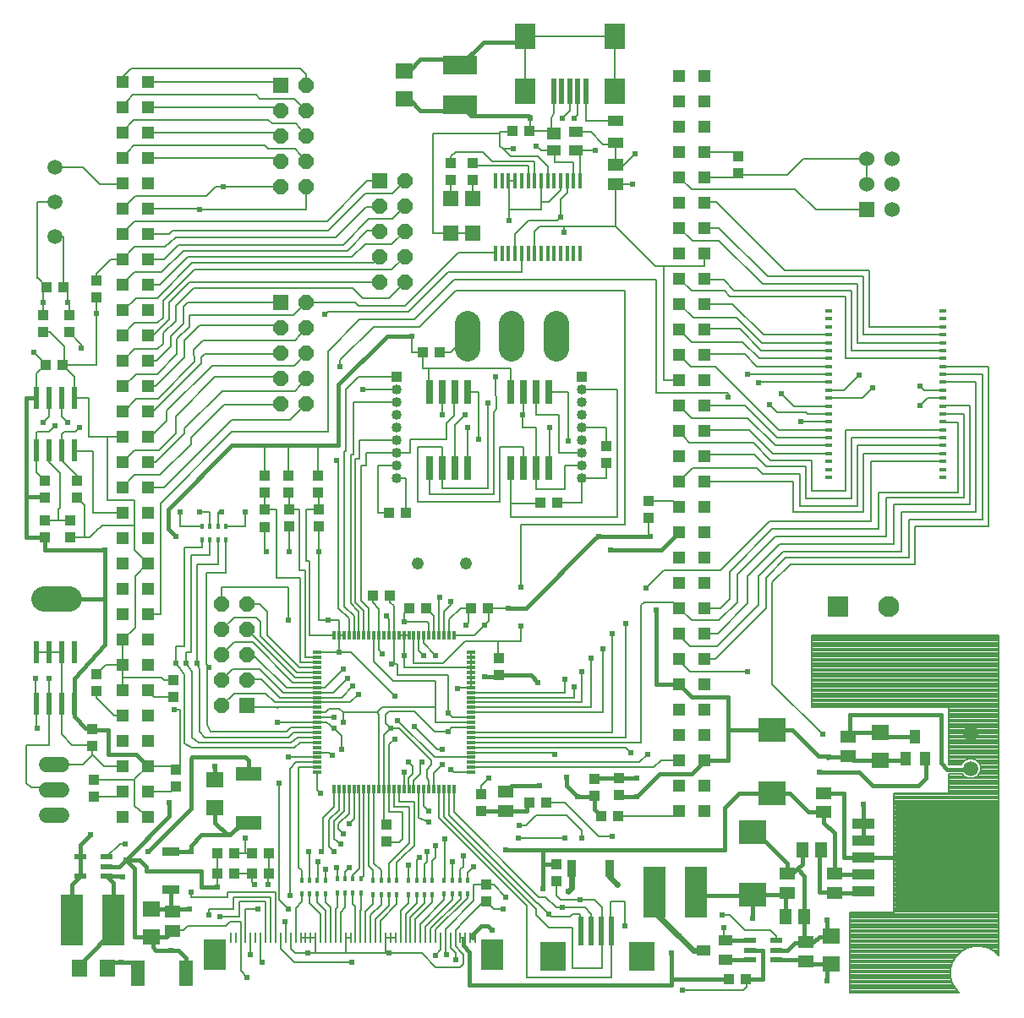
<source format=gtl>
G75*
%MOIN*%
%OFA0B0*%
%FSLAX25Y25*%
%IPPOS*%
%LPD*%
%AMOC8*
5,1,8,0,0,1.08239X$1,22.5*
%
%ADD10R,0.01181X0.03543*%
%ADD11R,0.03543X0.01181*%
%ADD12R,0.04724X0.04724*%
%ADD13R,0.03937X0.04331*%
%ADD14R,0.04331X0.03937*%
%ADD15C,0.04800*%
%ADD16R,0.01969X0.11811*%
%ADD17R,0.09843X0.11811*%
%ADD18R,0.00984X0.04331*%
%ADD19R,0.09055X0.12205*%
%ADD20R,0.03150X0.01575*%
%ADD21R,0.01575X0.02362*%
%ADD22R,0.02362X0.08661*%
%ADD23C,0.06024*%
%ADD24C,0.05906*%
%ADD25R,0.06024X0.06024*%
%ADD26C,0.06024*%
%ADD27R,0.04724X0.02165*%
%ADD28OC8,0.06024*%
%ADD29R,0.08268X0.08268*%
%ADD30C,0.08268*%
%ADD31R,0.01575X0.05906*%
%ADD32R,0.01969X0.09843*%
%ADD33R,0.07874X0.09843*%
%ADD34R,0.05906X0.04331*%
%ADD35R,0.05669X0.03937*%
%ADD36R,0.05669X0.04724*%
%ADD37R,0.05906X0.05118*%
%ADD38R,0.05906X0.05906*%
%ADD39R,0.08661X0.20079*%
%ADD40R,0.10236X0.05709*%
%ADD41R,0.07000X0.03600*%
%ADD42R,0.06299X0.07087*%
%ADD43R,0.05709X0.10236*%
%ADD44R,0.03937X0.05512*%
%ADD45R,0.07087X0.06299*%
%ADD46R,0.11024X0.09449*%
%ADD47R,0.05118X0.05906*%
%ADD48R,0.40984X0.42520*%
%ADD49R,0.08500X0.04200*%
%ADD50R,0.05512X0.03937*%
%ADD51C,0.10000*%
%ADD52R,0.07098X0.06299*%
%ADD53R,0.13386X0.07480*%
%ADD54R,0.03600X0.07000*%
%ADD55R,0.02756X0.09291*%
%ADD56R,0.04000X0.04000*%
%ADD57C,0.04000*%
%ADD58C,0.00800*%
%ADD59C,0.02400*%
%ADD60C,0.01600*%
%ADD61C,0.02381*%
%ADD62C,0.00787*%
%ADD63C,0.02400*%
D10*
X0165023Y0094006D03*
X0166992Y0094006D03*
X0168960Y0094006D03*
X0170929Y0094006D03*
X0172897Y0094006D03*
X0174866Y0094006D03*
X0176834Y0094006D03*
X0178803Y0094006D03*
X0180771Y0094006D03*
X0182740Y0094006D03*
X0184708Y0094006D03*
X0186677Y0094006D03*
X0188645Y0094006D03*
X0190614Y0094006D03*
X0192582Y0094006D03*
X0194551Y0094006D03*
X0196519Y0094006D03*
X0198488Y0094006D03*
X0200456Y0094006D03*
X0202425Y0094006D03*
X0204393Y0094006D03*
X0206362Y0094006D03*
X0208330Y0094006D03*
X0210299Y0094006D03*
X0212267Y0094006D03*
X0212267Y0154794D03*
X0210299Y0154794D03*
X0208330Y0154794D03*
X0206362Y0154794D03*
X0204393Y0154794D03*
X0202425Y0154794D03*
X0200456Y0154794D03*
X0198488Y0154794D03*
X0196519Y0154794D03*
X0194551Y0154794D03*
X0192582Y0154794D03*
X0190614Y0154794D03*
X0188645Y0154794D03*
X0186677Y0154794D03*
X0184708Y0154794D03*
X0182740Y0154794D03*
X0180771Y0154794D03*
X0178803Y0154794D03*
X0176834Y0154794D03*
X0174866Y0154794D03*
X0172897Y0154794D03*
X0170929Y0154794D03*
X0168960Y0154794D03*
X0166992Y0154794D03*
X0165023Y0154794D03*
D11*
X0158251Y0148022D03*
X0158251Y0146054D03*
X0158251Y0144085D03*
X0158251Y0142117D03*
X0158251Y0140148D03*
X0158251Y0138180D03*
X0158251Y0136211D03*
X0158251Y0134243D03*
X0158251Y0132274D03*
X0158251Y0130306D03*
X0158251Y0128337D03*
X0158251Y0126369D03*
X0158251Y0124400D03*
X0158251Y0122431D03*
X0158251Y0120463D03*
X0158251Y0118494D03*
X0158251Y0116526D03*
X0158251Y0114557D03*
X0158251Y0112589D03*
X0158251Y0110620D03*
X0158251Y0108652D03*
X0158251Y0106683D03*
X0158251Y0104715D03*
X0158251Y0102746D03*
X0158251Y0100778D03*
X0219039Y0100778D03*
X0219039Y0102746D03*
X0219039Y0104715D03*
X0219039Y0106683D03*
X0219039Y0108652D03*
X0219039Y0110620D03*
X0219039Y0112589D03*
X0219039Y0114557D03*
X0219039Y0116526D03*
X0219039Y0118494D03*
X0219039Y0120463D03*
X0219039Y0122431D03*
X0219039Y0124400D03*
X0219039Y0126369D03*
X0219039Y0128337D03*
X0219039Y0130306D03*
X0219039Y0132274D03*
X0219039Y0134243D03*
X0219039Y0136211D03*
X0219039Y0138180D03*
X0219039Y0140148D03*
X0219039Y0142117D03*
X0219039Y0144085D03*
X0219039Y0146054D03*
X0219039Y0148022D03*
D12*
X0301145Y0145650D03*
X0301145Y0135650D03*
X0301145Y0125650D03*
X0311145Y0125650D03*
X0311145Y0135650D03*
X0311145Y0145650D03*
X0311145Y0155650D03*
X0301145Y0155650D03*
X0301145Y0165650D03*
X0301145Y0175650D03*
X0311145Y0175650D03*
X0311145Y0165650D03*
X0311145Y0185650D03*
X0301145Y0185650D03*
X0301145Y0195650D03*
X0301145Y0205650D03*
X0311145Y0205650D03*
X0311145Y0195650D03*
X0311145Y0215650D03*
X0301145Y0215650D03*
X0301145Y0225650D03*
X0301145Y0235650D03*
X0311145Y0235650D03*
X0311145Y0225650D03*
X0311145Y0245650D03*
X0301145Y0245650D03*
X0301145Y0255650D03*
X0301145Y0265650D03*
X0311145Y0265650D03*
X0311145Y0255650D03*
X0311145Y0275650D03*
X0301145Y0275650D03*
X0301145Y0285650D03*
X0301145Y0295650D03*
X0311145Y0295650D03*
X0311145Y0285650D03*
X0311145Y0305650D03*
X0301145Y0305650D03*
X0301145Y0315650D03*
X0301145Y0325650D03*
X0311145Y0325650D03*
X0311145Y0315650D03*
X0311145Y0335650D03*
X0301145Y0335650D03*
X0301145Y0345650D03*
X0301145Y0355650D03*
X0311145Y0355650D03*
X0311145Y0345650D03*
X0311145Y0365650D03*
X0301145Y0365650D03*
X0301145Y0375650D03*
X0311145Y0375650D03*
X0091614Y0373150D03*
X0091614Y0363150D03*
X0091614Y0353150D03*
X0091614Y0343150D03*
X0091614Y0333150D03*
X0091614Y0323150D03*
X0091614Y0313150D03*
X0091614Y0303150D03*
X0091614Y0293150D03*
X0091614Y0283150D03*
X0091614Y0273150D03*
X0091614Y0263150D03*
X0091614Y0253150D03*
X0091614Y0243150D03*
X0091614Y0233150D03*
X0091614Y0223150D03*
X0091614Y0213150D03*
X0091614Y0203150D03*
X0091614Y0193150D03*
X0091614Y0183150D03*
X0091614Y0173150D03*
X0091614Y0163150D03*
X0091614Y0153150D03*
X0091614Y0143150D03*
X0091614Y0133150D03*
X0091614Y0123150D03*
X0091614Y0113150D03*
X0091614Y0103150D03*
X0091614Y0093150D03*
X0091614Y0083150D03*
X0081614Y0083150D03*
X0081614Y0093150D03*
X0081614Y0103150D03*
X0081614Y0113150D03*
X0081614Y0123150D03*
X0081614Y0133150D03*
X0081614Y0143150D03*
X0081614Y0153150D03*
X0081614Y0163150D03*
X0081614Y0173150D03*
X0081614Y0183150D03*
X0081614Y0193150D03*
X0081614Y0203150D03*
X0081614Y0213150D03*
X0081614Y0223150D03*
X0081614Y0233150D03*
X0081614Y0243150D03*
X0081614Y0253150D03*
X0081614Y0263150D03*
X0081614Y0273150D03*
X0081614Y0283150D03*
X0081614Y0293150D03*
X0081614Y0303150D03*
X0081614Y0313150D03*
X0081614Y0323150D03*
X0081614Y0333150D03*
X0081614Y0343150D03*
X0081614Y0353150D03*
X0081614Y0363150D03*
X0081614Y0373150D03*
X0301145Y0115650D03*
X0301145Y0105650D03*
X0301145Y0095650D03*
X0311145Y0095650D03*
X0311145Y0105650D03*
X0311145Y0115650D03*
X0311145Y0085650D03*
X0301145Y0085650D03*
D13*
X0276942Y0083400D03*
X0270249Y0083400D03*
X0248742Y0088800D03*
X0242049Y0088800D03*
X0224895Y0056496D03*
X0224895Y0049804D03*
X0185620Y0073385D03*
X0185620Y0080078D03*
X0139492Y0068750D03*
X0132799Y0068750D03*
X0125642Y0068750D03*
X0118949Y0068750D03*
X0118949Y0060800D03*
X0125642Y0060800D03*
X0132799Y0060800D03*
X0139492Y0060800D03*
X0069595Y0111254D03*
X0069595Y0117946D03*
X0186849Y0203100D03*
X0193542Y0203100D03*
X0246249Y0207300D03*
X0252942Y0207300D03*
X0272395Y0222854D03*
X0272395Y0229546D03*
X0320649Y0019200D03*
X0327342Y0019200D03*
X0058542Y0292200D03*
X0051849Y0292200D03*
D14*
X0050395Y0281146D03*
X0050395Y0274454D03*
X0060595Y0274454D03*
X0060595Y0281146D03*
X0071395Y0288204D03*
X0071395Y0294896D03*
X0057942Y0261600D03*
X0051249Y0261600D03*
X0050995Y0215746D03*
X0050995Y0209054D03*
X0050995Y0200146D03*
X0050995Y0193454D03*
X0061195Y0193454D03*
X0061195Y0200146D03*
X0063595Y0209054D03*
X0063595Y0215746D03*
X0137845Y0217846D03*
X0137845Y0211154D03*
X0137745Y0204346D03*
X0137745Y0197654D03*
X0147245Y0197754D03*
X0147245Y0204446D03*
X0147101Y0211297D03*
X0147101Y0217990D03*
X0158845Y0217946D03*
X0158845Y0211254D03*
X0158945Y0204546D03*
X0158945Y0197854D03*
X0180299Y0170500D03*
X0186992Y0170500D03*
X0194599Y0165650D03*
X0201292Y0165650D03*
X0219049Y0165650D03*
X0225742Y0165650D03*
X0229895Y0145696D03*
X0229895Y0139004D03*
X0267845Y0098146D03*
X0267845Y0091454D03*
X0277345Y0091804D03*
X0277345Y0098496D03*
X0252595Y0064546D03*
X0252595Y0057854D03*
X0223195Y0085454D03*
X0223195Y0092146D03*
X0289195Y0201254D03*
X0289195Y0207946D03*
X0206742Y0266400D03*
X0200049Y0266400D03*
X0211195Y0334454D03*
X0211195Y0341146D03*
X0219595Y0341146D03*
X0219595Y0334454D03*
X0235449Y0354000D03*
X0242142Y0354000D03*
X0324445Y0343946D03*
X0324445Y0337254D03*
X0101745Y0137246D03*
X0101745Y0130554D03*
X0102595Y0101746D03*
X0102595Y0095054D03*
X0070295Y0097946D03*
X0070295Y0091254D03*
X0071545Y0132954D03*
X0071545Y0139646D03*
D15*
X0197895Y0183150D03*
X0216895Y0183150D03*
D16*
X0262514Y0038150D03*
X0266451Y0038150D03*
X0270388Y0038150D03*
X0274325Y0038150D03*
D17*
X0286264Y0028150D03*
X0251264Y0028150D03*
D18*
X0220781Y0035650D03*
X0218812Y0035650D03*
X0216844Y0035650D03*
X0214875Y0035650D03*
X0212907Y0035650D03*
X0210938Y0035650D03*
X0208970Y0035650D03*
X0207001Y0035650D03*
X0205033Y0035650D03*
X0203064Y0035650D03*
X0201096Y0035650D03*
X0199127Y0035650D03*
X0197159Y0035650D03*
X0195190Y0035650D03*
X0193222Y0035650D03*
X0191253Y0035650D03*
X0189285Y0035650D03*
X0187316Y0035650D03*
X0185348Y0035650D03*
X0183379Y0035650D03*
X0181411Y0035650D03*
X0179442Y0035650D03*
X0177474Y0035650D03*
X0175505Y0035650D03*
X0173537Y0035650D03*
X0171568Y0035650D03*
X0169600Y0035650D03*
X0167631Y0035650D03*
X0165663Y0035650D03*
X0163694Y0035650D03*
X0161726Y0035650D03*
X0159757Y0035650D03*
X0157789Y0035650D03*
X0155820Y0035650D03*
X0153852Y0035650D03*
X0151883Y0035650D03*
X0149915Y0035650D03*
X0147946Y0035650D03*
X0145978Y0035650D03*
X0144009Y0035650D03*
X0141995Y0035650D03*
X0140026Y0035650D03*
X0138058Y0035650D03*
X0136089Y0035650D03*
X0134121Y0035650D03*
X0132152Y0035650D03*
X0130184Y0035650D03*
X0128215Y0035650D03*
X0126247Y0035650D03*
X0124278Y0035650D03*
D19*
X0118060Y0028957D03*
X0227277Y0028957D03*
D20*
X0360095Y0217200D03*
X0360095Y0220325D03*
X0360095Y0223450D03*
X0360095Y0226575D03*
X0360095Y0229700D03*
X0360095Y0232825D03*
X0360095Y0235950D03*
X0360095Y0239075D03*
X0360095Y0242200D03*
X0360095Y0245325D03*
X0360095Y0248450D03*
X0360095Y0251575D03*
X0360095Y0254700D03*
X0360095Y0257825D03*
X0360095Y0260950D03*
X0360095Y0264075D03*
X0360095Y0267200D03*
X0360095Y0270325D03*
X0360095Y0273450D03*
X0360095Y0276575D03*
X0360095Y0279700D03*
X0360095Y0282825D03*
X0405095Y0282825D03*
X0405095Y0279700D03*
X0405095Y0276575D03*
X0405095Y0273450D03*
X0405095Y0270325D03*
X0405095Y0267200D03*
X0405095Y0264075D03*
X0405095Y0260950D03*
X0405095Y0257825D03*
X0405095Y0254700D03*
X0405095Y0251575D03*
X0405095Y0248450D03*
X0405095Y0245325D03*
X0405095Y0242200D03*
X0405095Y0239075D03*
X0405095Y0235950D03*
X0405095Y0232825D03*
X0405095Y0229700D03*
X0405095Y0226575D03*
X0405095Y0223450D03*
X0405095Y0220325D03*
X0405095Y0217200D03*
D21*
X0217864Y0058306D03*
X0214739Y0058306D03*
X0211614Y0058306D03*
X0208489Y0058306D03*
X0208489Y0052681D03*
X0211614Y0052681D03*
X0214739Y0052681D03*
X0217864Y0052681D03*
X0203839Y0052525D03*
X0200714Y0052525D03*
X0197589Y0052525D03*
X0194464Y0052525D03*
X0189814Y0052525D03*
X0186689Y0052525D03*
X0183564Y0052525D03*
X0180439Y0052525D03*
X0175645Y0053125D03*
X0172520Y0053125D03*
X0169395Y0053125D03*
X0166270Y0053125D03*
X0161614Y0052681D03*
X0158489Y0052681D03*
X0155364Y0052681D03*
X0152239Y0052681D03*
X0152239Y0058306D03*
X0155364Y0058306D03*
X0158489Y0058306D03*
X0161614Y0058306D03*
X0166270Y0058750D03*
X0169395Y0058750D03*
X0172520Y0058750D03*
X0175645Y0058750D03*
X0180439Y0058150D03*
X0183564Y0058150D03*
X0186689Y0058150D03*
X0189814Y0058150D03*
X0194464Y0058150D03*
X0197589Y0058150D03*
X0200714Y0058150D03*
X0203839Y0058150D03*
X0122395Y0192375D03*
X0119270Y0192375D03*
X0116145Y0192375D03*
X0113020Y0192375D03*
X0113020Y0198000D03*
X0116145Y0198000D03*
X0119270Y0198000D03*
X0122395Y0198000D03*
D22*
X0062695Y0227964D03*
X0057695Y0227964D03*
X0052695Y0227964D03*
X0047695Y0227964D03*
X0047695Y0248436D03*
X0052695Y0248436D03*
X0057695Y0248436D03*
X0062695Y0248436D03*
X0062695Y0148236D03*
X0057695Y0148236D03*
X0052695Y0148236D03*
X0047695Y0148236D03*
X0047695Y0127764D03*
X0052695Y0127764D03*
X0057695Y0127764D03*
X0062695Y0127764D03*
D23*
X0057607Y0104000D02*
X0051583Y0104000D01*
X0051583Y0094000D02*
X0057607Y0094000D01*
X0057607Y0084000D02*
X0051583Y0084000D01*
D24*
X0054989Y0312020D03*
X0054989Y0325800D03*
X0054989Y0339580D03*
X0416001Y0116090D03*
X0416001Y0102310D03*
D25*
X0374995Y0322800D03*
X0182995Y0334200D03*
X0143995Y0372000D03*
X0143995Y0286200D03*
X0130795Y0127200D03*
D26*
X0374995Y0332800D03*
X0374995Y0342800D03*
X0384995Y0342800D03*
X0384995Y0332800D03*
X0384995Y0322800D03*
D27*
X0339313Y0034340D03*
X0339313Y0030600D03*
X0339313Y0026860D03*
X0329077Y0026860D03*
X0329077Y0030600D03*
X0329077Y0034340D03*
X0075313Y0059860D03*
X0075313Y0063600D03*
X0075313Y0067340D03*
X0065077Y0067340D03*
X0065077Y0059860D03*
D28*
X0120795Y0127200D03*
X0120795Y0137200D03*
X0120795Y0147200D03*
X0120795Y0157200D03*
X0120795Y0167200D03*
X0130795Y0167200D03*
X0130795Y0157200D03*
X0130795Y0147200D03*
X0130795Y0137200D03*
X0143995Y0246200D03*
X0143995Y0256200D03*
X0143995Y0266200D03*
X0153995Y0266200D03*
X0153995Y0256200D03*
X0153995Y0246200D03*
X0153995Y0276200D03*
X0143995Y0276200D03*
X0153995Y0286200D03*
X0182995Y0294200D03*
X0182995Y0304200D03*
X0192995Y0304200D03*
X0192995Y0294200D03*
X0192995Y0314200D03*
X0182995Y0314200D03*
X0182995Y0324200D03*
X0192995Y0324200D03*
X0192995Y0334200D03*
X0153995Y0332000D03*
X0143995Y0332000D03*
X0143995Y0342000D03*
X0143995Y0352000D03*
X0153995Y0352000D03*
X0153995Y0342000D03*
X0153995Y0362000D03*
X0143995Y0362000D03*
X0153995Y0372000D03*
D29*
X0363595Y0166200D03*
D30*
X0383595Y0166200D03*
D31*
X0262029Y0305528D03*
X0259470Y0305528D03*
X0256911Y0305528D03*
X0254352Y0305528D03*
X0251793Y0305528D03*
X0249234Y0305528D03*
X0246675Y0305528D03*
X0244116Y0305528D03*
X0241557Y0305528D03*
X0238998Y0305528D03*
X0236438Y0305528D03*
X0233879Y0305528D03*
X0231320Y0305528D03*
X0228761Y0305528D03*
X0228761Y0334072D03*
X0231320Y0334072D03*
X0233879Y0334072D03*
X0236438Y0334072D03*
X0238998Y0334072D03*
X0241557Y0334072D03*
X0244116Y0334072D03*
X0246675Y0334072D03*
X0249234Y0334072D03*
X0251793Y0334072D03*
X0254352Y0334072D03*
X0256911Y0334072D03*
X0259470Y0334072D03*
X0262029Y0334072D03*
D32*
X0261145Y0369357D03*
X0264294Y0369357D03*
X0257995Y0369357D03*
X0254846Y0369357D03*
X0251696Y0369357D03*
D33*
X0240279Y0369357D03*
X0240279Y0391011D03*
X0275712Y0391011D03*
X0275712Y0369357D03*
D34*
X0275995Y0357765D03*
X0275995Y0349035D03*
D35*
X0260526Y0346060D03*
X0260526Y0353540D03*
X0251864Y0346060D03*
D36*
X0251864Y0352753D03*
D37*
X0275995Y0340340D03*
X0275995Y0332860D03*
X0367795Y0114740D03*
X0367795Y0107260D03*
X0358195Y0092540D03*
X0358195Y0085060D03*
X0362395Y0060740D03*
X0362395Y0053260D03*
X0343795Y0053260D03*
X0343795Y0060740D03*
X0350995Y0033740D03*
X0350995Y0026260D03*
X0232795Y0085660D03*
X0232795Y0093140D03*
X0101395Y0045740D03*
X0101395Y0038260D03*
D38*
X0211195Y0313510D03*
X0219595Y0313510D03*
X0219595Y0327290D03*
X0211195Y0327290D03*
D39*
X0291545Y0053400D03*
X0307795Y0053400D03*
X0078045Y0042600D03*
X0061795Y0042600D03*
D40*
X0131395Y0080974D03*
X0131395Y0100226D03*
D41*
X0100795Y0069600D03*
X0100795Y0054600D03*
D42*
X0064683Y0023400D03*
X0075707Y0023400D03*
D43*
X0087569Y0021600D03*
X0106821Y0021600D03*
D44*
X0390455Y0106069D03*
X0397935Y0106069D03*
X0394195Y0114731D03*
D45*
X0380395Y0116512D03*
X0380395Y0105488D03*
X0361195Y0036112D03*
X0361195Y0025088D03*
X0118195Y0086888D03*
X0118195Y0097912D03*
X0092995Y0046912D03*
X0092995Y0035888D03*
D46*
X0329995Y0052398D03*
X0329995Y0077202D03*
X0337795Y0092598D03*
X0337795Y0117402D03*
D47*
X0349655Y0070200D03*
X0357135Y0070200D03*
X0350535Y0043800D03*
X0343055Y0043800D03*
D48*
X0406595Y0067200D03*
D49*
X0373795Y0067200D03*
X0373795Y0060500D03*
X0373795Y0053800D03*
X0373795Y0073900D03*
X0373795Y0080600D03*
D50*
X0319326Y0034340D03*
X0319326Y0026860D03*
X0310664Y0030600D03*
D51*
X0252595Y0268000D02*
X0252595Y0278000D01*
X0235195Y0278000D02*
X0235195Y0268000D01*
X0217795Y0268000D02*
X0217795Y0278000D01*
X0060795Y0169200D02*
X0050795Y0169200D01*
D52*
X0192595Y0366402D03*
X0192595Y0377598D03*
D53*
X0214795Y0379677D03*
X0214795Y0364323D03*
D54*
X0258595Y0063000D03*
X0273595Y0063000D03*
D55*
X0249595Y0220800D03*
X0244595Y0220800D03*
X0239595Y0220800D03*
X0234595Y0220800D03*
X0217795Y0220800D03*
X0212795Y0220800D03*
X0207795Y0220800D03*
X0202795Y0220800D03*
X0202795Y0250800D03*
X0207795Y0250800D03*
X0212795Y0250800D03*
X0217795Y0250800D03*
X0234595Y0250800D03*
X0239595Y0250800D03*
X0244595Y0250800D03*
X0249595Y0250800D03*
D56*
X0262795Y0256800D03*
X0189595Y0256800D03*
D57*
X0189595Y0251800D03*
X0189595Y0246800D03*
X0189595Y0241800D03*
X0189595Y0236800D03*
X0189595Y0231800D03*
X0189595Y0226800D03*
X0189595Y0221800D03*
X0189595Y0216800D03*
X0262795Y0216800D03*
X0262795Y0221800D03*
X0262795Y0226800D03*
X0262795Y0231800D03*
X0262795Y0236800D03*
X0262795Y0241800D03*
X0262795Y0246800D03*
X0262795Y0251800D03*
D58*
X0276595Y0251800D01*
X0276595Y0201600D01*
X0234595Y0201600D01*
X0234595Y0207000D01*
X0246249Y0207000D01*
X0246249Y0207300D01*
X0244595Y0212400D02*
X0256195Y0212400D01*
X0256195Y0221800D01*
X0262795Y0221800D01*
X0262795Y0216800D02*
X0262795Y0207300D01*
X0252942Y0207300D01*
X0244595Y0212400D02*
X0244595Y0220800D01*
X0244595Y0237000D01*
X0239395Y0237000D01*
X0239395Y0241800D01*
X0239595Y0241800D01*
X0239595Y0250800D01*
X0234595Y0250800D02*
X0234595Y0260109D01*
X0202449Y0260109D01*
X0200049Y0260109D01*
X0200049Y0266400D01*
X0195595Y0266400D01*
X0195595Y0273000D01*
X0198595Y0276600D02*
X0180595Y0276600D01*
X0167395Y0263400D01*
X0167395Y0261000D01*
X0162595Y0267000D02*
X0162595Y0235200D01*
X0124795Y0235200D01*
X0096595Y0207000D01*
X0096595Y0163200D01*
X0096545Y0163150D01*
X0091614Y0163150D01*
X0086695Y0157931D02*
X0081614Y0153150D01*
X0081614Y0143150D01*
X0081614Y0138600D01*
X0081914Y0138300D01*
X0081614Y0138000D01*
X0081614Y0133150D01*
X0081564Y0133200D01*
X0081614Y0133150D02*
X0081614Y0132881D01*
X0081914Y0138300D02*
X0096895Y0138300D01*
X0097949Y0137246D01*
X0101745Y0137246D01*
X0106195Y0139200D02*
X0104995Y0141000D01*
X0102595Y0144000D01*
X0102595Y0150600D01*
X0106195Y0150600D01*
X0106195Y0189600D01*
X0113020Y0189600D01*
X0113020Y0192375D01*
X0116145Y0192375D02*
X0116145Y0186600D01*
X0108595Y0186600D01*
X0108595Y0148200D01*
X0106795Y0148200D01*
X0106795Y0144000D01*
X0109195Y0140400D01*
X0109195Y0114600D01*
X0111595Y0112500D01*
X0147895Y0112500D01*
X0150595Y0114600D01*
X0150638Y0114557D01*
X0158251Y0114557D01*
X0158251Y0112589D02*
X0151584Y0112589D01*
X0149395Y0110400D01*
X0109195Y0110400D01*
X0106195Y0112200D01*
X0106195Y0139200D01*
X0112195Y0141600D02*
X0110995Y0144000D01*
X0110995Y0183000D01*
X0119395Y0183000D01*
X0119395Y0192375D01*
X0119270Y0192375D01*
X0122395Y0192375D02*
X0122395Y0179400D01*
X0114595Y0179400D01*
X0114595Y0143400D01*
X0115795Y0142200D01*
X0115195Y0141600D01*
X0115195Y0119400D01*
X0116395Y0117000D01*
X0146395Y0117000D01*
X0147890Y0118494D01*
X0158251Y0118494D01*
X0158251Y0116526D02*
X0148921Y0116526D01*
X0146995Y0114600D01*
X0113995Y0114600D01*
X0112195Y0117000D01*
X0112195Y0141600D01*
X0120795Y0137200D02*
X0125195Y0141600D01*
X0135595Y0141600D01*
X0144921Y0132274D01*
X0158251Y0132274D01*
X0164669Y0132274D01*
X0170395Y0138000D01*
X0172495Y0134700D02*
X0168101Y0130306D01*
X0158251Y0130306D01*
X0143590Y0130306D01*
X0136495Y0137400D01*
X0130995Y0137400D01*
X0130795Y0137200D01*
X0125595Y0132000D02*
X0137995Y0132000D01*
X0141658Y0128337D01*
X0158251Y0128337D01*
X0171532Y0128337D01*
X0174595Y0131400D01*
X0178645Y0124400D02*
X0181995Y0124400D01*
X0182740Y0123656D01*
X0182740Y0105306D01*
X0184708Y0107087D02*
X0184708Y0115463D01*
X0187395Y0118150D01*
X0190845Y0118150D01*
X0203395Y0105600D01*
X0203395Y0103800D01*
X0201595Y0102000D01*
X0201595Y0098400D01*
X0202425Y0097570D01*
X0202425Y0094006D01*
X0204393Y0094006D02*
X0204393Y0100598D01*
X0207595Y0103800D01*
X0211195Y0102000D02*
X0212417Y0100778D01*
X0219039Y0100778D01*
X0219039Y0102746D02*
X0291142Y0102746D01*
X0293995Y0105600D01*
X0301095Y0105600D01*
X0301145Y0105650D01*
X0288595Y0108000D02*
X0285310Y0104715D01*
X0219039Y0104715D01*
X0219039Y0106683D02*
X0204712Y0106683D01*
X0190195Y0121200D01*
X0187395Y0118150D02*
X0185395Y0120150D01*
X0185395Y0123600D01*
X0186595Y0124800D01*
X0196795Y0124800D01*
X0204595Y0117000D01*
X0209995Y0117000D01*
X0211490Y0118494D01*
X0219039Y0118494D01*
X0219039Y0116526D02*
X0274795Y0116526D01*
X0274795Y0155400D01*
X0280195Y0159600D02*
X0280195Y0114557D01*
X0219039Y0114557D01*
X0219039Y0112589D02*
X0286195Y0112589D01*
X0286195Y0166800D01*
X0287395Y0168000D01*
X0298795Y0168000D01*
X0301145Y0165650D01*
X0305995Y0160800D01*
X0316795Y0160800D01*
X0323995Y0168000D01*
X0323995Y0178800D01*
X0338995Y0193800D01*
X0382795Y0193800D01*
X0382795Y0209100D01*
X0413395Y0209100D01*
X0413395Y0242100D01*
X0405095Y0242100D01*
X0405095Y0242200D01*
X0405095Y0239400D02*
X0405095Y0239075D01*
X0405095Y0238800D01*
X0410995Y0238800D01*
X0410995Y0211200D01*
X0379795Y0211200D01*
X0379795Y0196800D01*
X0337795Y0196800D01*
X0320995Y0180000D01*
X0320995Y0169200D01*
X0317445Y0165650D01*
X0311145Y0165650D01*
X0301145Y0165600D02*
X0301145Y0165650D01*
X0301145Y0155650D02*
X0301145Y0154850D01*
X0305395Y0150600D01*
X0316195Y0150600D01*
X0332395Y0166800D01*
X0332395Y0178200D01*
X0341995Y0187800D01*
X0388795Y0187800D01*
X0388795Y0203400D01*
X0418195Y0203400D01*
X0418195Y0254700D01*
X0405095Y0254700D01*
X0405095Y0257700D02*
X0405095Y0257825D01*
X0405095Y0257700D02*
X0420595Y0257700D01*
X0420595Y0200400D01*
X0391795Y0200400D01*
X0391795Y0185400D01*
X0343195Y0185400D01*
X0335395Y0177600D01*
X0335395Y0165600D01*
X0315445Y0145650D01*
X0311145Y0145650D01*
X0305495Y0140400D02*
X0301145Y0144750D01*
X0301145Y0145650D01*
X0305495Y0140400D02*
X0328195Y0140400D01*
X0337795Y0135600D02*
X0337795Y0175800D01*
X0344995Y0183000D01*
X0394195Y0183000D01*
X0394195Y0198000D01*
X0422995Y0198000D01*
X0422995Y0260950D01*
X0405095Y0260950D01*
X0405095Y0264075D02*
X0366595Y0264075D01*
X0366595Y0288600D01*
X0320995Y0288600D01*
X0318895Y0290700D01*
X0306095Y0290700D01*
X0301145Y0295650D01*
X0295195Y0300600D02*
X0291595Y0300600D01*
X0275995Y0316200D01*
X0255595Y0316200D01*
X0255595Y0313800D01*
X0255595Y0316200D02*
X0245995Y0316200D01*
X0244116Y0314320D01*
X0244116Y0305528D01*
X0238998Y0305528D02*
X0238998Y0298200D01*
X0209995Y0298200D01*
X0194395Y0282600D01*
X0162595Y0282600D01*
X0161395Y0281400D01*
X0153995Y0286200D02*
X0173395Y0286200D01*
X0174595Y0285000D01*
X0193195Y0285000D01*
X0214195Y0306000D01*
X0228290Y0306000D01*
X0228761Y0305528D01*
X0236395Y0305528D02*
X0236395Y0313200D01*
X0241795Y0318600D01*
X0253195Y0318600D01*
X0254395Y0319800D01*
X0254395Y0327000D01*
X0256911Y0329516D01*
X0256911Y0334072D01*
X0254395Y0334115D02*
X0254352Y0334072D01*
X0254352Y0330557D01*
X0249595Y0325800D01*
X0246675Y0325800D01*
X0246675Y0322800D01*
X0233995Y0322800D01*
X0233995Y0318600D01*
X0233995Y0322800D02*
X0233995Y0334072D01*
X0233879Y0334072D01*
X0233995Y0334072D02*
X0236438Y0334072D01*
X0241557Y0334072D02*
X0241795Y0334310D01*
X0241795Y0340200D01*
X0219942Y0340200D01*
X0219595Y0341146D01*
X0223795Y0345600D02*
X0212995Y0345600D01*
X0211195Y0343800D01*
X0211195Y0341146D01*
X0211195Y0334454D02*
X0211195Y0327290D01*
X0219595Y0327290D02*
X0219595Y0334454D01*
X0227395Y0342000D02*
X0223795Y0345600D01*
X0227395Y0342000D02*
X0243595Y0342000D01*
X0244195Y0341400D01*
X0244195Y0334151D01*
X0244116Y0334072D01*
X0246675Y0334072D02*
X0246675Y0325800D01*
X0249234Y0334072D02*
X0249234Y0339961D01*
X0245395Y0343800D01*
X0234595Y0343800D01*
X0231595Y0346800D01*
X0235795Y0346800D01*
X0231595Y0346800D02*
X0230395Y0348000D01*
X0230395Y0352800D01*
X0203995Y0352800D01*
X0203995Y0313510D01*
X0219595Y0313510D01*
X0211195Y0313510D01*
X0192995Y0314200D02*
X0187795Y0309300D01*
X0177295Y0309300D01*
X0172195Y0304200D01*
X0107395Y0304200D01*
X0096345Y0293150D01*
X0091614Y0293150D01*
X0095395Y0288000D02*
X0086995Y0288000D01*
X0082145Y0283150D01*
X0081614Y0283150D01*
X0086395Y0278100D02*
X0095395Y0278100D01*
X0097795Y0280200D01*
X0097795Y0286800D01*
X0110095Y0299100D01*
X0187795Y0299100D01*
X0192895Y0304200D01*
X0192995Y0304200D01*
X0182995Y0304200D02*
X0180595Y0301800D01*
X0109195Y0301800D01*
X0095395Y0288000D01*
X0100195Y0286200D02*
X0100195Y0279600D01*
X0093745Y0273150D01*
X0091614Y0273150D01*
X0097795Y0274200D02*
X0097795Y0270000D01*
X0095395Y0267900D01*
X0086395Y0267900D01*
X0081945Y0263150D01*
X0081614Y0263150D01*
X0086995Y0258000D02*
X0095395Y0258000D01*
X0103195Y0265800D01*
X0103195Y0271800D01*
X0107995Y0276600D01*
X0107995Y0281100D01*
X0149195Y0281100D01*
X0153995Y0286200D01*
X0143995Y0286200D02*
X0107395Y0286200D01*
X0105595Y0284400D01*
X0105595Y0277800D01*
X0100795Y0273000D01*
X0100795Y0268800D01*
X0095145Y0263150D01*
X0091614Y0263150D01*
X0086995Y0258000D02*
X0082145Y0253150D01*
X0081614Y0253150D01*
X0086995Y0248100D02*
X0082345Y0243150D01*
X0081614Y0243150D01*
X0086995Y0248100D02*
X0095695Y0248100D01*
X0110095Y0262800D01*
X0109795Y0267600D01*
X0113395Y0271200D01*
X0149595Y0271200D01*
X0153995Y0276200D01*
X0143995Y0276200D02*
X0142995Y0277200D01*
X0112195Y0277200D01*
X0106195Y0271200D01*
X0106195Y0264600D01*
X0094745Y0253150D01*
X0091614Y0253150D01*
X0091614Y0243150D02*
X0093745Y0243150D01*
X0112795Y0262200D01*
X0112795Y0264600D01*
X0113995Y0265800D01*
X0143595Y0265800D01*
X0143995Y0266200D01*
X0149395Y0261300D02*
X0153995Y0266200D01*
X0149395Y0261300D02*
X0116995Y0261300D01*
X0098995Y0243600D01*
X0098995Y0239400D01*
X0092745Y0233150D01*
X0091614Y0233150D01*
X0095995Y0228000D02*
X0102595Y0234600D01*
X0102595Y0241200D01*
X0118195Y0256800D01*
X0143395Y0256800D01*
X0143995Y0256200D01*
X0149795Y0251100D02*
X0153995Y0256200D01*
X0149795Y0251100D02*
X0121195Y0251100D01*
X0106195Y0236400D01*
X0106195Y0234600D01*
X0094745Y0223150D01*
X0091614Y0223150D01*
X0096295Y0218100D02*
X0108595Y0230100D01*
X0108595Y0232800D01*
X0121795Y0246000D01*
X0143795Y0246000D01*
X0143995Y0246200D01*
X0147795Y0240000D02*
X0153995Y0246200D01*
X0147795Y0240000D02*
X0124795Y0240000D01*
X0097945Y0213150D01*
X0091614Y0213150D01*
X0096295Y0218100D02*
X0086395Y0218100D01*
X0081745Y0213150D01*
X0081614Y0213150D01*
X0086395Y0208200D02*
X0075595Y0208200D01*
X0075595Y0233150D01*
X0081614Y0233150D01*
X0075595Y0233150D02*
X0068395Y0233150D01*
X0068395Y0248400D01*
X0062695Y0248400D01*
X0062695Y0248436D01*
X0062695Y0256846D01*
X0057942Y0261600D01*
X0071395Y0261600D01*
X0071395Y0282000D01*
X0071395Y0288204D01*
X0071395Y0294896D02*
X0071395Y0297600D01*
X0076945Y0303150D01*
X0081614Y0303150D01*
X0081614Y0303319D01*
X0086395Y0308100D01*
X0098395Y0308100D01*
X0102595Y0312000D01*
X0165595Y0312000D01*
X0177595Y0324000D01*
X0182795Y0324000D01*
X0182995Y0324200D01*
X0178795Y0319200D02*
X0187995Y0319200D01*
X0192995Y0324200D01*
X0187895Y0329100D02*
X0192995Y0334200D01*
X0187895Y0329100D02*
X0177295Y0329100D01*
X0162595Y0314400D01*
X0101395Y0314400D01*
X0100145Y0313150D01*
X0091614Y0313150D01*
X0086395Y0318300D02*
X0081614Y0313519D01*
X0081614Y0313150D01*
X0086395Y0318300D02*
X0162295Y0318300D01*
X0178195Y0334200D01*
X0182995Y0334200D01*
X0178795Y0319200D02*
X0168595Y0309000D01*
X0103795Y0309000D01*
X0097945Y0303150D01*
X0091614Y0303150D01*
X0086395Y0298200D02*
X0097195Y0298200D01*
X0105595Y0306600D01*
X0170395Y0306600D01*
X0178195Y0314400D01*
X0182795Y0314400D01*
X0182995Y0314200D01*
X0182995Y0294200D02*
X0108195Y0294200D01*
X0100195Y0286200D01*
X0102595Y0284700D02*
X0109795Y0291900D01*
X0172495Y0291900D01*
X0176395Y0288000D01*
X0186795Y0288000D01*
X0192995Y0294200D01*
X0196795Y0279600D02*
X0212395Y0295200D01*
X0291895Y0295200D01*
X0291895Y0250500D01*
X0320395Y0250500D01*
X0320395Y0249000D01*
X0326995Y0245400D02*
X0311395Y0245400D01*
X0311145Y0245650D01*
X0306195Y0240600D02*
X0301145Y0245650D01*
X0306195Y0240600D02*
X0328195Y0240600D01*
X0339095Y0229700D01*
X0360095Y0229700D01*
X0360095Y0226575D02*
X0338020Y0226575D01*
X0328795Y0235800D01*
X0311295Y0235800D01*
X0311145Y0235650D01*
X0305195Y0230700D02*
X0301145Y0235650D01*
X0305195Y0230700D02*
X0330295Y0230700D01*
X0337195Y0223800D01*
X0353395Y0223800D01*
X0353395Y0211800D01*
X0366595Y0211800D01*
X0366595Y0235950D01*
X0405095Y0235950D01*
X0405095Y0232825D02*
X0368995Y0232825D01*
X0368995Y0208800D01*
X0350995Y0208800D01*
X0350995Y0221400D01*
X0335395Y0221400D01*
X0330595Y0226200D01*
X0311695Y0226200D01*
X0311145Y0225650D01*
X0306295Y0220800D02*
X0301145Y0215650D01*
X0306295Y0220800D02*
X0331795Y0220800D01*
X0334195Y0218400D01*
X0348595Y0218400D01*
X0348595Y0205800D01*
X0371395Y0205800D01*
X0371395Y0229700D01*
X0405095Y0229700D01*
X0405095Y0226575D02*
X0373795Y0226575D01*
X0373795Y0203400D01*
X0346195Y0203400D01*
X0346195Y0215400D01*
X0311145Y0215400D01*
X0311145Y0215650D01*
X0301145Y0205650D02*
X0298849Y0207946D01*
X0289195Y0207946D01*
X0289195Y0201254D02*
X0289195Y0194400D01*
X0289795Y0193800D01*
X0279595Y0198600D02*
X0279595Y0291000D01*
X0212995Y0291000D01*
X0198595Y0276600D01*
X0196795Y0279600D02*
X0175195Y0279600D01*
X0162595Y0267000D01*
X0174595Y0256800D02*
X0189595Y0256800D01*
X0189595Y0251800D02*
X0176395Y0251800D01*
X0176395Y0252000D01*
X0174595Y0256800D02*
X0169795Y0252000D01*
X0169795Y0227400D01*
X0169195Y0227400D01*
X0169195Y0166200D01*
X0172897Y0162498D01*
X0172897Y0154794D01*
X0170995Y0154860D02*
X0170929Y0154794D01*
X0170995Y0154860D02*
X0170995Y0161400D01*
X0166795Y0165600D01*
X0166795Y0222600D01*
X0165895Y0223800D01*
X0171595Y0226200D02*
X0172795Y0226200D01*
X0172795Y0246800D01*
X0189595Y0246800D01*
X0202449Y0250800D02*
X0202449Y0260109D01*
X0206742Y0266400D02*
X0211195Y0266400D01*
X0217795Y0273000D01*
X0228595Y0256800D02*
X0228595Y0249600D01*
X0229195Y0249000D01*
X0229195Y0244200D01*
X0227995Y0243000D01*
X0227995Y0210600D01*
X0202795Y0210600D01*
X0202795Y0220800D01*
X0207595Y0220800D02*
X0207795Y0220800D01*
X0207795Y0213000D01*
X0225595Y0213000D01*
X0225595Y0246600D01*
X0221995Y0250800D02*
X0217795Y0250800D01*
X0221995Y0250800D02*
X0221995Y0232200D01*
X0217795Y0237000D02*
X0217795Y0220800D01*
X0213595Y0221800D02*
X0212795Y0221800D01*
X0212795Y0238000D01*
X0216595Y0241800D01*
X0212395Y0241500D02*
X0209395Y0238500D01*
X0209395Y0232200D01*
X0194995Y0232200D01*
X0194995Y0226800D01*
X0189595Y0226800D01*
X0177595Y0226800D01*
X0177595Y0222000D01*
X0175795Y0222000D01*
X0175795Y0168600D01*
X0178803Y0165593D01*
X0178803Y0154794D01*
X0180771Y0154794D02*
X0180771Y0144424D01*
X0188395Y0136800D01*
X0205195Y0136800D01*
X0205195Y0126600D01*
X0184195Y0126600D01*
X0181995Y0124400D01*
X0188995Y0130800D02*
X0171773Y0148022D01*
X0166992Y0148022D01*
X0166992Y0154794D01*
X0166992Y0160800D01*
X0162595Y0160800D01*
X0158995Y0160800D01*
X0158995Y0187800D01*
X0158995Y0197854D01*
X0158945Y0197854D01*
X0158945Y0204546D02*
X0154195Y0204546D01*
X0154195Y0184200D01*
X0155395Y0184200D01*
X0155395Y0154794D01*
X0165023Y0154794D01*
X0166992Y0154794D02*
X0168960Y0154794D01*
X0174866Y0154794D02*
X0174866Y0164130D01*
X0171595Y0167400D01*
X0171595Y0226200D01*
X0173395Y0224400D02*
X0175195Y0224400D01*
X0175195Y0231800D01*
X0189595Y0231800D01*
X0197995Y0229200D02*
X0207595Y0229200D01*
X0207595Y0220800D01*
X0212795Y0220800D02*
X0212795Y0221800D01*
X0197995Y0229200D02*
X0197995Y0207600D01*
X0230395Y0207600D01*
X0230395Y0229200D01*
X0239595Y0229200D01*
X0239595Y0220800D01*
X0234595Y0220800D02*
X0234595Y0207000D01*
X0238795Y0198600D02*
X0279595Y0198600D01*
X0272395Y0216800D02*
X0262795Y0216800D01*
X0272395Y0216800D02*
X0272395Y0222854D01*
X0272395Y0229546D02*
X0272395Y0236800D01*
X0262795Y0236800D01*
X0257395Y0231600D02*
X0257395Y0250800D01*
X0249595Y0250800D01*
X0244795Y0250800D02*
X0244595Y0250800D01*
X0244595Y0241800D01*
X0253795Y0241800D01*
X0253795Y0226800D01*
X0262795Y0226800D01*
X0250195Y0220800D02*
X0250195Y0236800D01*
X0250195Y0220800D02*
X0249595Y0220800D01*
X0238795Y0198600D02*
X0238795Y0174000D01*
X0224745Y0159250D02*
X0224445Y0158950D01*
X0217948Y0159753D02*
X0217948Y0165650D01*
X0217948Y0159753D02*
X0217195Y0159000D01*
X0216595Y0152400D02*
X0229795Y0152400D01*
X0229795Y0145796D01*
X0229895Y0145696D01*
X0229795Y0152400D02*
X0238795Y0152400D01*
X0238795Y0158400D01*
X0219039Y0142117D02*
X0192595Y0142117D01*
X0192595Y0147000D01*
X0192582Y0147013D01*
X0192582Y0154794D01*
X0188645Y0154794D02*
X0188645Y0166550D01*
X0187195Y0168000D01*
X0187195Y0170296D01*
X0186992Y0170500D01*
X0187195Y0170704D01*
X0182740Y0165256D02*
X0180299Y0167696D01*
X0180299Y0170500D01*
X0182740Y0165256D02*
X0182740Y0154794D01*
X0182740Y0149056D01*
X0184195Y0147600D01*
X0187795Y0143400D02*
X0188645Y0144250D01*
X0188645Y0154794D01*
X0186677Y0154794D02*
X0186677Y0161319D01*
X0185695Y0162600D01*
X0192595Y0163646D02*
X0192595Y0160200D01*
X0192582Y0160187D01*
X0192595Y0160200D02*
X0201595Y0160200D01*
X0202425Y0159370D01*
X0204393Y0160748D02*
X0204393Y0162548D01*
X0201292Y0165650D01*
X0206362Y0167933D02*
X0206362Y0169567D01*
X0206745Y0169950D01*
X0194599Y0165650D02*
X0192595Y0163646D01*
X0196519Y0154794D02*
X0196519Y0144000D01*
X0208195Y0144000D01*
X0216595Y0152400D01*
X0205195Y0147000D02*
X0200456Y0151739D01*
X0200456Y0154794D01*
X0198488Y0154794D02*
X0198488Y0148907D01*
X0200395Y0147000D01*
X0209995Y0139200D02*
X0209995Y0124200D01*
X0211764Y0122431D01*
X0219039Y0122431D01*
X0219039Y0120463D02*
X0205195Y0120463D01*
X0205195Y0126600D01*
X0213595Y0133800D02*
X0214038Y0134243D01*
X0219039Y0134243D01*
X0219039Y0132274D02*
X0256195Y0132274D01*
X0256195Y0137400D01*
X0259795Y0134400D02*
X0259795Y0130306D01*
X0219039Y0130306D01*
X0219039Y0128337D02*
X0262795Y0128337D01*
X0262795Y0140400D01*
X0266395Y0145800D02*
X0266395Y0126369D01*
X0219039Y0126369D01*
X0219039Y0124400D02*
X0271195Y0124400D01*
X0271195Y0149400D01*
X0287995Y0173400D02*
X0295195Y0180600D01*
X0317395Y0180600D01*
X0336595Y0199800D01*
X0376795Y0199800D01*
X0376795Y0223450D01*
X0405095Y0223450D01*
X0415795Y0206400D02*
X0415795Y0245400D01*
X0405095Y0245400D01*
X0405095Y0245325D01*
X0405095Y0248450D02*
X0399045Y0248450D01*
X0395995Y0245400D01*
X0397620Y0251575D02*
X0395995Y0253200D01*
X0397620Y0251575D02*
X0405095Y0251575D01*
X0405095Y0267200D02*
X0368995Y0267200D01*
X0368995Y0291000D01*
X0322795Y0291000D01*
X0318595Y0295200D01*
X0311595Y0295200D01*
X0311145Y0295650D01*
X0311145Y0300600D02*
X0311145Y0305650D01*
X0306295Y0310500D02*
X0301145Y0315650D01*
X0306295Y0310500D02*
X0316795Y0310500D01*
X0333895Y0293400D01*
X0371395Y0293400D01*
X0371395Y0270325D01*
X0405095Y0270325D01*
X0405095Y0273450D02*
X0373795Y0273450D01*
X0373795Y0296400D01*
X0335995Y0296400D01*
X0316795Y0315600D01*
X0311195Y0315600D01*
X0311145Y0315650D01*
X0311145Y0325650D02*
X0311295Y0325800D01*
X0315595Y0325800D01*
X0342595Y0298800D01*
X0376195Y0298800D01*
X0376195Y0276575D01*
X0405095Y0276575D01*
X0377395Y0252600D02*
X0373245Y0248450D01*
X0360095Y0248450D01*
X0360095Y0245325D02*
X0346270Y0245325D01*
X0341395Y0250200D01*
X0336595Y0246000D02*
X0339595Y0243000D01*
X0350995Y0243000D01*
X0351795Y0242200D01*
X0360095Y0242200D01*
X0360095Y0239075D02*
X0348920Y0239075D01*
X0348895Y0239100D01*
X0340345Y0235950D02*
X0315295Y0261000D01*
X0305795Y0261000D01*
X0301145Y0265650D01*
X0306195Y0270600D02*
X0301145Y0275650D01*
X0306595Y0280200D02*
X0301145Y0285650D01*
X0306595Y0280200D02*
X0323695Y0280200D01*
X0333570Y0270325D01*
X0360095Y0270325D01*
X0360095Y0267200D02*
X0333395Y0267200D01*
X0324895Y0275700D01*
X0311195Y0275700D01*
X0311145Y0275650D01*
X0306195Y0270600D02*
X0326095Y0270600D01*
X0332620Y0264075D01*
X0360095Y0264075D01*
X0360095Y0260950D02*
X0331845Y0260950D01*
X0326995Y0265800D01*
X0311295Y0265800D01*
X0311145Y0265650D01*
X0301145Y0255650D02*
X0301095Y0255600D01*
X0295195Y0255600D01*
X0295195Y0300600D01*
X0311145Y0300600D01*
X0311145Y0285650D02*
X0311195Y0285600D01*
X0322195Y0285600D01*
X0334345Y0273450D01*
X0360095Y0273450D01*
X0360095Y0257825D02*
X0328195Y0257825D01*
X0328195Y0258000D01*
X0332395Y0254700D02*
X0332395Y0254400D01*
X0332395Y0254700D02*
X0360095Y0254700D01*
X0360095Y0251575D02*
X0366170Y0251575D01*
X0371995Y0257400D01*
X0360095Y0235950D02*
X0340345Y0235950D01*
X0339570Y0232825D02*
X0326995Y0245400D01*
X0339570Y0232825D02*
X0360095Y0232825D01*
X0385795Y0206400D02*
X0415795Y0206400D01*
X0385795Y0206400D02*
X0385795Y0190800D01*
X0340795Y0190800D01*
X0328195Y0178200D01*
X0328195Y0167400D01*
X0316445Y0155650D01*
X0311145Y0155650D01*
X0337795Y0135600D02*
X0357595Y0115800D01*
X0353395Y0126600D02*
X0353395Y0154800D01*
X0427048Y0154800D01*
X0427064Y0028463D01*
X0425365Y0030162D01*
X0422925Y0031571D01*
X0420204Y0032300D01*
X0417386Y0032300D01*
X0414665Y0031571D01*
X0412225Y0030162D01*
X0410233Y0028170D01*
X0408824Y0025730D01*
X0408095Y0023009D01*
X0408095Y0020191D01*
X0408824Y0017470D01*
X0410233Y0015030D01*
X0411463Y0013800D01*
X0368395Y0013800D01*
X0368395Y0045600D01*
X0385795Y0045600D01*
X0385795Y0092400D01*
X0407395Y0092400D01*
X0407395Y0100200D01*
X0412597Y0100200D01*
X0412650Y0100071D01*
X0413762Y0098959D01*
X0415215Y0098357D01*
X0416788Y0098357D01*
X0418240Y0098959D01*
X0419352Y0100071D01*
X0419954Y0101524D01*
X0419954Y0103096D01*
X0419352Y0104549D01*
X0418240Y0105661D01*
X0416788Y0106263D01*
X0415215Y0106263D01*
X0413762Y0105661D01*
X0412650Y0104549D01*
X0412340Y0103800D01*
X0407541Y0103800D01*
X0407395Y0103946D01*
X0407395Y0126600D01*
X0353395Y0126600D01*
X0353395Y0127180D02*
X0427051Y0127180D01*
X0427051Y0127978D02*
X0353395Y0127978D01*
X0353395Y0128777D02*
X0427051Y0128777D01*
X0427051Y0129575D02*
X0353395Y0129575D01*
X0353395Y0130374D02*
X0427051Y0130374D01*
X0427051Y0131172D02*
X0353395Y0131172D01*
X0353395Y0131971D02*
X0427051Y0131971D01*
X0427051Y0132769D02*
X0353395Y0132769D01*
X0353395Y0133568D02*
X0427051Y0133568D01*
X0427050Y0134366D02*
X0353395Y0134366D01*
X0353395Y0135165D02*
X0427050Y0135165D01*
X0427050Y0135963D02*
X0353395Y0135963D01*
X0353395Y0136762D02*
X0427050Y0136762D01*
X0427050Y0137560D02*
X0353395Y0137560D01*
X0353395Y0138359D02*
X0427050Y0138359D01*
X0427050Y0139157D02*
X0353395Y0139157D01*
X0353395Y0139956D02*
X0427050Y0139956D01*
X0427050Y0140754D02*
X0353395Y0140754D01*
X0353395Y0141553D02*
X0427050Y0141553D01*
X0427049Y0142351D02*
X0353395Y0142351D01*
X0353395Y0143150D02*
X0427049Y0143150D01*
X0427049Y0143948D02*
X0353395Y0143948D01*
X0353395Y0144747D02*
X0427049Y0144747D01*
X0427049Y0145545D02*
X0353395Y0145545D01*
X0353395Y0146344D02*
X0427049Y0146344D01*
X0427049Y0147142D02*
X0353395Y0147142D01*
X0353395Y0147941D02*
X0427049Y0147941D01*
X0427049Y0148739D02*
X0353395Y0148739D01*
X0353395Y0149538D02*
X0427049Y0149538D01*
X0427048Y0150337D02*
X0353395Y0150337D01*
X0353395Y0151135D02*
X0427048Y0151135D01*
X0427048Y0151934D02*
X0353395Y0151934D01*
X0353395Y0152732D02*
X0427048Y0152732D01*
X0427048Y0153531D02*
X0353395Y0153531D01*
X0353395Y0154329D02*
X0427048Y0154329D01*
X0427051Y0126381D02*
X0407395Y0126381D01*
X0407395Y0125583D02*
X0427052Y0125583D01*
X0427052Y0124784D02*
X0407395Y0124784D01*
X0407395Y0123986D02*
X0427052Y0123986D01*
X0427052Y0123187D02*
X0407395Y0123187D01*
X0407395Y0122389D02*
X0427052Y0122389D01*
X0427052Y0121590D02*
X0407395Y0121590D01*
X0407395Y0120792D02*
X0427052Y0120792D01*
X0427052Y0119993D02*
X0407395Y0119993D01*
X0407395Y0119195D02*
X0427052Y0119195D01*
X0427052Y0118396D02*
X0407395Y0118396D01*
X0407395Y0117598D02*
X0427053Y0117598D01*
X0427053Y0116799D02*
X0407395Y0116799D01*
X0407395Y0116001D02*
X0427053Y0116001D01*
X0427053Y0115202D02*
X0407395Y0115202D01*
X0407395Y0114403D02*
X0427053Y0114403D01*
X0427053Y0113605D02*
X0407395Y0113605D01*
X0407395Y0112806D02*
X0427053Y0112806D01*
X0427053Y0112008D02*
X0407395Y0112008D01*
X0407395Y0111209D02*
X0427053Y0111209D01*
X0427054Y0110411D02*
X0407395Y0110411D01*
X0407395Y0109612D02*
X0427054Y0109612D01*
X0427054Y0108814D02*
X0407395Y0108814D01*
X0407395Y0108015D02*
X0427054Y0108015D01*
X0427054Y0107217D02*
X0407395Y0107217D01*
X0407395Y0106418D02*
X0427054Y0106418D01*
X0427054Y0105620D02*
X0418282Y0105620D01*
X0419080Y0104821D02*
X0427054Y0104821D01*
X0427054Y0104023D02*
X0419570Y0104023D01*
X0419901Y0103224D02*
X0427054Y0103224D01*
X0427055Y0102426D02*
X0419954Y0102426D01*
X0419954Y0101627D02*
X0427055Y0101627D01*
X0427055Y0100829D02*
X0419666Y0100829D01*
X0419312Y0100030D02*
X0427055Y0100030D01*
X0427055Y0099232D02*
X0418513Y0099232D01*
X0416971Y0098433D02*
X0427055Y0098433D01*
X0427055Y0097635D02*
X0407395Y0097635D01*
X0407395Y0098433D02*
X0415032Y0098433D01*
X0413490Y0099232D02*
X0407395Y0099232D01*
X0407395Y0100030D02*
X0412691Y0100030D01*
X0412432Y0104023D02*
X0407395Y0104023D01*
X0407395Y0104821D02*
X0412923Y0104821D01*
X0413721Y0105620D02*
X0407395Y0105620D01*
X0407395Y0096836D02*
X0427055Y0096836D01*
X0427055Y0096038D02*
X0407395Y0096038D01*
X0407395Y0095239D02*
X0427055Y0095239D01*
X0427056Y0094441D02*
X0407395Y0094441D01*
X0407395Y0093642D02*
X0427056Y0093642D01*
X0427056Y0092844D02*
X0407395Y0092844D01*
X0427056Y0092045D02*
X0385795Y0092045D01*
X0385795Y0091247D02*
X0427056Y0091247D01*
X0427056Y0090448D02*
X0385795Y0090448D01*
X0385795Y0089650D02*
X0427056Y0089650D01*
X0427056Y0088851D02*
X0385795Y0088851D01*
X0385795Y0088053D02*
X0427056Y0088053D01*
X0427056Y0087254D02*
X0385795Y0087254D01*
X0385795Y0086456D02*
X0427057Y0086456D01*
X0427057Y0085657D02*
X0385795Y0085657D01*
X0385795Y0084859D02*
X0427057Y0084859D01*
X0427057Y0084060D02*
X0385795Y0084060D01*
X0385795Y0083262D02*
X0427057Y0083262D01*
X0427057Y0082463D02*
X0385795Y0082463D01*
X0385795Y0081665D02*
X0427057Y0081665D01*
X0427057Y0080866D02*
X0385795Y0080866D01*
X0385795Y0080068D02*
X0427057Y0080068D01*
X0427057Y0079269D02*
X0385795Y0079269D01*
X0385795Y0078470D02*
X0427058Y0078470D01*
X0427058Y0077672D02*
X0385795Y0077672D01*
X0385795Y0076873D02*
X0427058Y0076873D01*
X0427058Y0076075D02*
X0385795Y0076075D01*
X0385795Y0075276D02*
X0427058Y0075276D01*
X0427058Y0074478D02*
X0385795Y0074478D01*
X0385795Y0073679D02*
X0427058Y0073679D01*
X0427058Y0072881D02*
X0385795Y0072881D01*
X0385795Y0072082D02*
X0427058Y0072082D01*
X0427058Y0071284D02*
X0385795Y0071284D01*
X0385795Y0070485D02*
X0427059Y0070485D01*
X0427059Y0069687D02*
X0385795Y0069687D01*
X0385795Y0068888D02*
X0427059Y0068888D01*
X0427059Y0068090D02*
X0385795Y0068090D01*
X0385795Y0067291D02*
X0427059Y0067291D01*
X0427059Y0066493D02*
X0385795Y0066493D01*
X0385795Y0065694D02*
X0427059Y0065694D01*
X0427059Y0064896D02*
X0385795Y0064896D01*
X0385795Y0064097D02*
X0427059Y0064097D01*
X0427059Y0063299D02*
X0385795Y0063299D01*
X0385795Y0062500D02*
X0427060Y0062500D01*
X0427060Y0061702D02*
X0385795Y0061702D01*
X0385795Y0060903D02*
X0427060Y0060903D01*
X0427060Y0060105D02*
X0385795Y0060105D01*
X0385795Y0059306D02*
X0427060Y0059306D01*
X0427060Y0058508D02*
X0385795Y0058508D01*
X0385795Y0057709D02*
X0427060Y0057709D01*
X0427060Y0056911D02*
X0385795Y0056911D01*
X0385795Y0056112D02*
X0427060Y0056112D01*
X0427061Y0055314D02*
X0385795Y0055314D01*
X0385795Y0054515D02*
X0427061Y0054515D01*
X0427061Y0053717D02*
X0385795Y0053717D01*
X0385795Y0052918D02*
X0427061Y0052918D01*
X0427061Y0052120D02*
X0385795Y0052120D01*
X0385795Y0051321D02*
X0427061Y0051321D01*
X0427061Y0050523D02*
X0385795Y0050523D01*
X0385795Y0049724D02*
X0427061Y0049724D01*
X0427061Y0048926D02*
X0385795Y0048926D01*
X0385795Y0048127D02*
X0427061Y0048127D01*
X0427062Y0047329D02*
X0385795Y0047329D01*
X0385795Y0046530D02*
X0427062Y0046530D01*
X0427062Y0045732D02*
X0385795Y0045732D01*
X0368395Y0044933D02*
X0427062Y0044933D01*
X0427062Y0044134D02*
X0368395Y0044134D01*
X0368395Y0043336D02*
X0427062Y0043336D01*
X0427062Y0042537D02*
X0368395Y0042537D01*
X0368395Y0041739D02*
X0427062Y0041739D01*
X0427062Y0040940D02*
X0368395Y0040940D01*
X0368395Y0040142D02*
X0427062Y0040142D01*
X0427063Y0039343D02*
X0368395Y0039343D01*
X0368395Y0038545D02*
X0427063Y0038545D01*
X0427063Y0037746D02*
X0368395Y0037746D01*
X0368395Y0036948D02*
X0427063Y0036948D01*
X0427063Y0036149D02*
X0368395Y0036149D01*
X0368395Y0035351D02*
X0427063Y0035351D01*
X0427063Y0034552D02*
X0368395Y0034552D01*
X0368395Y0033754D02*
X0427063Y0033754D01*
X0427063Y0032955D02*
X0368395Y0032955D01*
X0368395Y0032157D02*
X0416852Y0032157D01*
X0414297Y0031358D02*
X0368395Y0031358D01*
X0368395Y0030560D02*
X0412914Y0030560D01*
X0411824Y0029761D02*
X0368395Y0029761D01*
X0368395Y0028963D02*
X0411026Y0028963D01*
X0410230Y0028164D02*
X0368395Y0028164D01*
X0368395Y0027366D02*
X0409769Y0027366D01*
X0409308Y0026567D02*
X0368395Y0026567D01*
X0368395Y0025769D02*
X0408847Y0025769D01*
X0408621Y0024970D02*
X0368395Y0024970D01*
X0368395Y0024172D02*
X0408407Y0024172D01*
X0408193Y0023373D02*
X0368395Y0023373D01*
X0368395Y0022575D02*
X0408095Y0022575D01*
X0408095Y0021776D02*
X0368395Y0021776D01*
X0368395Y0020978D02*
X0408095Y0020978D01*
X0408098Y0020179D02*
X0368395Y0020179D01*
X0368395Y0019381D02*
X0408312Y0019381D01*
X0408526Y0018582D02*
X0368395Y0018582D01*
X0368395Y0017784D02*
X0408740Y0017784D01*
X0409104Y0016985D02*
X0368395Y0016985D01*
X0368395Y0016187D02*
X0409565Y0016187D01*
X0410026Y0015388D02*
X0368395Y0015388D01*
X0368395Y0014590D02*
X0410673Y0014590D01*
X0420738Y0032157D02*
X0427063Y0032157D01*
X0427064Y0031358D02*
X0423293Y0031358D01*
X0424676Y0030560D02*
X0427064Y0030560D01*
X0427064Y0029761D02*
X0425766Y0029761D01*
X0426564Y0028963D02*
X0427064Y0028963D01*
X0361195Y0036112D02*
X0359395Y0036712D01*
X0339313Y0036282D02*
X0339313Y0034340D01*
X0339313Y0036282D02*
X0337195Y0038400D01*
X0326995Y0038400D01*
X0320995Y0044400D01*
X0317995Y0044400D01*
X0318595Y0039600D02*
X0318595Y0035071D01*
X0319326Y0034340D01*
X0327342Y0019200D02*
X0327595Y0018946D01*
X0327595Y0016200D01*
X0326395Y0015000D01*
X0302395Y0015000D01*
X0274325Y0019800D02*
X0274325Y0038150D01*
X0274195Y0038150D01*
X0274195Y0049800D01*
X0279595Y0049800D01*
X0279595Y0040200D01*
X0270595Y0038357D02*
X0270595Y0047400D01*
X0267595Y0050400D01*
X0262195Y0050400D01*
X0254395Y0050400D01*
X0252595Y0052200D01*
X0252595Y0057854D01*
X0248395Y0051600D02*
X0252595Y0047400D01*
X0254995Y0047400D01*
X0263995Y0047400D01*
X0266395Y0045000D01*
X0266395Y0038206D01*
X0266451Y0038150D01*
X0270388Y0038150D02*
X0270595Y0038357D01*
X0270595Y0038150D02*
X0270388Y0038150D01*
X0270595Y0038150D02*
X0270595Y0023400D01*
X0259195Y0023400D01*
X0259195Y0039600D01*
X0249595Y0039600D01*
X0244795Y0044400D01*
X0244795Y0046844D01*
X0208330Y0083309D01*
X0206362Y0082933D02*
X0241195Y0048100D01*
X0241195Y0019800D01*
X0274325Y0019800D01*
X0262514Y0038150D02*
X0262195Y0038469D01*
X0262195Y0045000D01*
X0259195Y0045000D01*
X0257995Y0043800D01*
X0250795Y0043800D01*
X0249595Y0045000D01*
X0245395Y0049200D01*
X0244939Y0049200D01*
X0210299Y0083840D01*
X0212267Y0085153D02*
X0245820Y0051600D01*
X0248395Y0051600D01*
X0232795Y0051600D02*
X0227899Y0056496D01*
X0224895Y0056496D01*
X0217864Y0058306D02*
X0217864Y0061269D01*
X0220195Y0063600D01*
X0215995Y0063600D02*
X0215995Y0067800D01*
X0215995Y0063600D02*
X0214739Y0062344D01*
X0214739Y0058306D01*
X0211614Y0058306D02*
X0211614Y0065219D01*
X0211795Y0065400D01*
X0205195Y0067200D02*
X0205195Y0072000D01*
X0201595Y0069600D02*
X0201595Y0065400D01*
X0200714Y0064519D01*
X0200714Y0058150D01*
X0203839Y0058150D02*
X0203839Y0065844D01*
X0205195Y0067200D01*
X0198595Y0067200D02*
X0197589Y0066194D01*
X0197589Y0058150D01*
X0194464Y0058150D02*
X0194464Y0064131D01*
X0194395Y0064200D01*
X0191458Y0066744D02*
X0189814Y0065100D01*
X0189814Y0058150D01*
X0186689Y0058150D02*
X0186689Y0064944D01*
X0188645Y0066900D01*
X0183564Y0062137D02*
X0183564Y0058150D01*
X0180439Y0058150D02*
X0180439Y0062294D01*
X0178803Y0063930D01*
X0180771Y0064930D02*
X0183564Y0062137D01*
X0176834Y0059939D02*
X0175645Y0058750D01*
X0176834Y0059939D02*
X0176834Y0066217D01*
X0174895Y0066075D02*
X0174895Y0062700D01*
X0172520Y0060325D01*
X0172520Y0058750D01*
X0169395Y0058750D02*
X0169395Y0061400D01*
X0171145Y0063150D01*
X0166270Y0063025D02*
X0166270Y0058750D01*
X0166270Y0063025D02*
X0166145Y0063150D01*
X0166270Y0053125D02*
X0166270Y0047337D01*
X0165663Y0046730D01*
X0167631Y0045574D02*
X0169395Y0047337D01*
X0169395Y0053125D01*
X0172520Y0053125D02*
X0172520Y0048902D01*
X0173537Y0047885D01*
X0175505Y0046260D02*
X0175645Y0046400D01*
X0175645Y0053125D01*
X0180439Y0052525D02*
X0180439Y0048694D01*
X0177474Y0045729D01*
X0179442Y0044416D02*
X0183564Y0048537D01*
X0183564Y0052525D01*
X0186689Y0052525D02*
X0186689Y0048225D01*
X0181411Y0042947D01*
X0183379Y0042259D02*
X0189814Y0048694D01*
X0189814Y0052525D01*
X0194464Y0052525D02*
X0194464Y0049281D01*
X0191253Y0046071D01*
X0193222Y0044758D02*
X0197589Y0049125D01*
X0197589Y0052525D01*
X0200714Y0052525D02*
X0200714Y0049125D01*
X0195190Y0043602D01*
X0197159Y0042758D02*
X0203839Y0049437D01*
X0203839Y0052525D01*
X0216301Y0042056D02*
X0224049Y0049804D01*
X0224895Y0049804D01*
X0227899Y0046800D01*
X0231595Y0046800D01*
X0220781Y0035650D02*
X0219795Y0035650D01*
X0218812Y0035650D01*
X0216844Y0035650D02*
X0215995Y0034801D01*
X0216844Y0035650D02*
X0214875Y0035650D01*
X0212907Y0035650D02*
X0212907Y0032188D01*
X0215095Y0030000D01*
X0215995Y0028800D01*
X0215995Y0025200D01*
X0214795Y0024000D01*
X0205195Y0024000D01*
X0199795Y0029400D01*
X0186595Y0029400D01*
X0185348Y0029400D01*
X0169600Y0029400D01*
X0169600Y0035650D01*
X0169600Y0029400D02*
X0157789Y0029400D01*
X0154795Y0029400D01*
X0149695Y0029400D01*
X0147895Y0031200D01*
X0147895Y0035650D01*
X0147946Y0035650D01*
X0145978Y0035650D02*
X0145978Y0042000D01*
X0145795Y0042000D01*
X0146995Y0046800D02*
X0143395Y0050400D01*
X0143395Y0096600D01*
X0147595Y0102300D02*
X0149995Y0104700D01*
X0158236Y0104700D01*
X0158251Y0104715D01*
X0158251Y0106683D02*
X0158251Y0106800D01*
X0146995Y0106800D01*
X0147595Y0102300D02*
X0147595Y0052200D01*
X0141995Y0053400D02*
X0122995Y0053400D01*
X0122995Y0051600D01*
X0108595Y0051600D01*
X0108595Y0053400D01*
X0115795Y0046800D02*
X0125395Y0046800D01*
X0125395Y0051600D01*
X0140026Y0051600D01*
X0140026Y0035650D01*
X0138058Y0035650D02*
X0138058Y0049800D01*
X0127795Y0049800D01*
X0127795Y0043800D01*
X0119995Y0043800D01*
X0115795Y0044400D02*
X0115795Y0046800D01*
X0119007Y0055400D02*
X0119007Y0060742D01*
X0118949Y0060800D01*
X0118949Y0068750D01*
X0125642Y0068750D02*
X0130195Y0068750D01*
X0130195Y0075000D01*
X0130195Y0068750D02*
X0132799Y0068750D01*
X0139492Y0068750D02*
X0139492Y0060800D01*
X0139195Y0060504D01*
X0139195Y0056400D01*
X0141995Y0053400D02*
X0141995Y0035650D01*
X0143995Y0035636D02*
X0143995Y0031200D01*
X0149395Y0025800D01*
X0172195Y0025800D01*
X0157789Y0029400D02*
X0157789Y0035650D01*
X0144009Y0035650D02*
X0143995Y0035636D01*
X0136089Y0035650D02*
X0136089Y0026506D01*
X0136795Y0025800D01*
X0132152Y0028957D02*
X0132152Y0035650D01*
X0130195Y0035650D02*
X0130195Y0046800D01*
X0134995Y0046800D01*
X0128215Y0042000D02*
X0128215Y0035650D01*
X0128215Y0022380D01*
X0130795Y0019800D01*
X0130184Y0035650D02*
X0130195Y0035650D01*
X0128215Y0042000D02*
X0124195Y0042000D01*
X0122395Y0040200D01*
X0107395Y0040200D01*
X0105595Y0038400D01*
X0101535Y0038400D01*
X0101395Y0038260D01*
X0125642Y0060800D02*
X0132799Y0060800D01*
X0132799Y0057396D01*
X0133795Y0056400D01*
X0139492Y0060800D02*
X0139795Y0060800D01*
X0159595Y0092400D02*
X0158251Y0093744D01*
X0158251Y0100778D01*
X0158251Y0108652D02*
X0163143Y0108652D01*
X0164395Y0107400D01*
X0167995Y0109800D02*
X0167995Y0115200D01*
X0164995Y0118200D01*
X0162132Y0120463D01*
X0158251Y0120463D01*
X0158114Y0120600D01*
X0142795Y0120600D01*
X0142749Y0126322D02*
X0142795Y0126369D01*
X0131627Y0126369D01*
X0130795Y0127200D01*
X0125595Y0132000D02*
X0120795Y0127200D01*
X0104222Y0125400D02*
X0104222Y0103373D01*
X0102595Y0101746D01*
X0101192Y0103150D01*
X0091614Y0103150D01*
X0086542Y0098078D01*
X0086542Y0097946D01*
X0086542Y0087622D01*
X0091614Y0083150D01*
X0091614Y0093150D02*
X0100692Y0093150D01*
X0102595Y0095054D01*
X0102595Y0101746D02*
X0101923Y0102419D01*
X0086542Y0097946D02*
X0070295Y0097946D01*
X0070295Y0091254D02*
X0079717Y0091254D01*
X0081614Y0093150D01*
X0081614Y0103150D02*
X0081564Y0103200D01*
X0074395Y0103200D01*
X0069595Y0108000D01*
X0069595Y0111254D01*
X0069249Y0111600D01*
X0061795Y0111600D01*
X0057695Y0115700D01*
X0057695Y0127764D01*
X0057695Y0148236D01*
X0052695Y0148236D01*
X0047695Y0148236D01*
X0047395Y0138000D02*
X0047395Y0128064D01*
X0047695Y0127764D01*
X0047695Y0118200D01*
X0047995Y0118200D01*
X0043795Y0111600D02*
X0052795Y0111600D01*
X0052795Y0125400D01*
X0052695Y0125500D01*
X0052695Y0127764D01*
X0052795Y0127864D01*
X0052795Y0138000D01*
X0062695Y0127764D02*
X0063331Y0128400D01*
X0071395Y0130200D02*
X0071395Y0132804D01*
X0071545Y0132954D01*
X0071395Y0130200D02*
X0078445Y0123150D01*
X0081614Y0123150D01*
X0070195Y0117346D02*
X0069595Y0117946D01*
X0069595Y0111254D02*
X0069595Y0107400D01*
X0065995Y0103800D01*
X0054795Y0103800D01*
X0054595Y0104000D01*
X0053795Y0094800D02*
X0045595Y0094800D01*
X0043795Y0096600D01*
X0043795Y0111600D01*
X0053795Y0094800D02*
X0054595Y0094000D01*
X0080573Y0072600D02*
X0075313Y0067340D01*
X0080573Y0072600D02*
X0082795Y0072600D01*
X0101995Y0125400D02*
X0104222Y0125400D01*
X0101745Y0130554D02*
X0094210Y0130554D01*
X0091614Y0133150D01*
X0081614Y0143150D02*
X0075049Y0143150D01*
X0071545Y0139646D01*
X0086695Y0157931D02*
X0086695Y0178200D01*
X0091345Y0183150D01*
X0091614Y0183150D01*
X0086395Y0188369D01*
X0086395Y0198000D01*
X0085795Y0198300D01*
X0086395Y0198300D01*
X0086395Y0208200D01*
X0081614Y0203150D02*
X0070195Y0203150D01*
X0070195Y0227400D01*
X0062695Y0227400D01*
X0062695Y0227964D01*
X0057695Y0227964D02*
X0057695Y0223700D01*
X0063595Y0217800D01*
X0063595Y0215746D01*
X0056995Y0219000D02*
X0056995Y0205200D01*
X0056395Y0204600D01*
X0056395Y0200146D01*
X0055195Y0200146D01*
X0050995Y0200146D01*
X0056395Y0200146D02*
X0061195Y0200146D01*
X0061195Y0193454D02*
X0066595Y0193454D01*
X0068649Y0193454D01*
X0071049Y0195854D01*
X0073795Y0198300D01*
X0085795Y0198300D01*
X0066595Y0193454D02*
X0066595Y0206054D01*
X0063595Y0209054D01*
X0056995Y0219000D02*
X0052695Y0223300D01*
X0052695Y0227964D01*
X0057695Y0227964D02*
X0057695Y0234100D01*
X0058795Y0235200D01*
X0062995Y0235200D01*
X0064795Y0237000D01*
X0059995Y0238800D02*
X0057695Y0241100D01*
X0057695Y0248436D01*
X0052695Y0248436D02*
X0052695Y0241100D01*
X0050395Y0238800D01*
X0047995Y0235200D02*
X0047695Y0234900D01*
X0047695Y0227964D01*
X0047695Y0219046D01*
X0050995Y0215746D01*
X0052795Y0235200D02*
X0047995Y0235200D01*
X0052795Y0235200D02*
X0055195Y0237600D01*
X0047695Y0248400D02*
X0047695Y0248436D01*
X0047695Y0258046D01*
X0051249Y0261600D01*
X0051249Y0261946D01*
X0046795Y0266400D01*
X0050395Y0274454D02*
X0053142Y0274454D01*
X0058795Y0268800D01*
X0058795Y0262454D01*
X0057942Y0261600D01*
X0065395Y0268200D02*
X0065395Y0269654D01*
X0060595Y0274454D01*
X0060595Y0281146D02*
X0060595Y0285000D01*
X0059995Y0286200D01*
X0059995Y0290746D01*
X0058542Y0292200D01*
X0058542Y0312020D01*
X0054989Y0312020D01*
X0054989Y0325800D02*
X0047995Y0325800D01*
X0047995Y0295800D01*
X0048249Y0295800D01*
X0051849Y0292200D01*
X0050349Y0291000D01*
X0050395Y0286200D01*
X0050395Y0281146D01*
X0081614Y0273150D02*
X0081745Y0273150D01*
X0086395Y0278100D01*
X0097795Y0274200D02*
X0102595Y0279000D01*
X0102595Y0284700D01*
X0086395Y0298200D02*
X0081614Y0293419D01*
X0081614Y0293150D01*
X0081614Y0323150D02*
X0086664Y0328200D01*
X0114595Y0328200D01*
X0118395Y0332000D01*
X0121448Y0332000D01*
X0143995Y0332000D01*
X0143995Y0342000D02*
X0142845Y0343150D01*
X0091614Y0343150D01*
X0086095Y0348300D02*
X0137695Y0348300D01*
X0139195Y0346800D01*
X0149795Y0346800D01*
X0153995Y0342000D01*
X0153995Y0332000D02*
X0154195Y0331800D01*
X0154195Y0322800D01*
X0112195Y0322800D01*
X0111845Y0323150D01*
X0091614Y0323150D01*
X0081614Y0333150D02*
X0081464Y0333000D01*
X0072595Y0333000D01*
X0066016Y0339580D01*
X0054989Y0339580D01*
X0081614Y0343150D02*
X0081614Y0343219D01*
X0086095Y0348300D01*
X0081614Y0353150D02*
X0081614Y0353419D01*
X0086095Y0358200D01*
X0138895Y0358200D01*
X0140695Y0356700D01*
X0149895Y0356700D01*
X0153995Y0352000D01*
X0143995Y0352000D02*
X0142845Y0353150D01*
X0091614Y0353150D01*
X0091614Y0363150D02*
X0142845Y0363150D01*
X0143995Y0362000D01*
X0149395Y0366600D02*
X0153995Y0362000D01*
X0149395Y0366600D02*
X0135595Y0366600D01*
X0134395Y0368100D01*
X0085795Y0368100D01*
X0081614Y0363619D01*
X0081614Y0363150D01*
X0081614Y0373150D02*
X0081614Y0375019D01*
X0085195Y0378600D01*
X0151795Y0378600D01*
X0154195Y0376200D01*
X0154195Y0372200D01*
X0153995Y0372000D01*
X0143995Y0372000D02*
X0142845Y0373150D01*
X0091614Y0373150D01*
X0202449Y0250800D02*
X0202795Y0250800D01*
X0207795Y0250800D02*
X0207795Y0241800D01*
X0207595Y0241800D01*
X0212395Y0241500D02*
X0212395Y0250400D01*
X0212795Y0250800D01*
X0189595Y0221800D02*
X0182395Y0221800D01*
X0182395Y0203100D01*
X0186849Y0203100D01*
X0193542Y0203100D02*
X0193542Y0216800D01*
X0189595Y0216800D01*
X0173395Y0224400D02*
X0173395Y0168000D01*
X0176834Y0164561D01*
X0176834Y0154794D01*
X0166992Y0148022D02*
X0158251Y0148022D01*
X0158251Y0146054D02*
X0153595Y0146054D01*
X0153595Y0180600D01*
X0151495Y0180600D01*
X0151495Y0204446D01*
X0147245Y0204446D01*
X0147245Y0211297D01*
X0147101Y0211297D01*
X0147101Y0217990D02*
X0147101Y0229800D01*
X0147595Y0229800D01*
X0138595Y0229800D02*
X0137845Y0229800D01*
X0137845Y0217846D01*
X0137845Y0211154D02*
X0137745Y0211154D01*
X0137745Y0204346D01*
X0142495Y0204346D01*
X0142495Y0177600D01*
X0151795Y0177600D01*
X0151795Y0144085D01*
X0158251Y0144085D01*
X0158251Y0142117D02*
X0151279Y0142117D01*
X0138595Y0154800D01*
X0138595Y0164100D01*
X0135595Y0167100D01*
X0130895Y0167100D01*
X0130795Y0167200D01*
X0134395Y0162000D02*
X0125595Y0162000D01*
X0120795Y0157200D01*
X0125695Y0152100D02*
X0120795Y0147200D01*
X0125695Y0152100D02*
X0132895Y0152100D01*
X0148784Y0136211D01*
X0158251Y0136211D01*
X0158251Y0134243D02*
X0161238Y0134243D01*
X0168595Y0141600D01*
X0158251Y0140148D02*
X0150547Y0140148D01*
X0136195Y0154500D01*
X0136195Y0160200D01*
X0134395Y0162000D01*
X0130795Y0157200D02*
X0149816Y0138180D01*
X0158251Y0138180D01*
X0158251Y0134243D02*
X0146253Y0134243D01*
X0133495Y0147000D01*
X0130995Y0147000D01*
X0130795Y0147200D01*
X0146995Y0160800D02*
X0146995Y0174000D01*
X0120795Y0174000D01*
X0120795Y0167200D01*
X0138295Y0187800D02*
X0137745Y0188350D01*
X0137745Y0197654D01*
X0130195Y0198000D02*
X0130195Y0203400D01*
X0130195Y0198000D02*
X0122395Y0198000D01*
X0119270Y0198000D02*
X0119270Y0203400D01*
X0120595Y0203400D01*
X0116145Y0203400D02*
X0116145Y0198000D01*
X0113020Y0198000D02*
X0104395Y0198000D01*
X0104395Y0203400D01*
X0112195Y0203400D02*
X0116145Y0203400D01*
X0095995Y0228000D02*
X0086395Y0228000D01*
X0081614Y0223219D01*
X0081614Y0223150D01*
X0147245Y0197754D02*
X0147295Y0197754D01*
X0147295Y0187800D01*
X0158945Y0204546D02*
X0158945Y0211254D01*
X0158845Y0211254D01*
X0158845Y0217946D02*
X0158845Y0229800D01*
X0158395Y0229800D01*
X0236395Y0305528D02*
X0236438Y0305528D01*
X0259470Y0334072D02*
X0259470Y0341400D01*
X0251995Y0341400D01*
X0251995Y0346060D01*
X0251864Y0346060D01*
X0251724Y0346200D01*
X0246595Y0346200D01*
X0244795Y0348000D01*
X0242395Y0354000D02*
X0242395Y0358800D01*
X0242395Y0354000D02*
X0242142Y0354000D01*
X0242395Y0354000D02*
X0250617Y0354000D01*
X0251864Y0352753D01*
X0250795Y0353822D01*
X0250795Y0358800D01*
X0251696Y0360901D01*
X0251696Y0369357D01*
X0257995Y0369357D02*
X0257995Y0361800D01*
X0254995Y0358800D01*
X0259795Y0358800D02*
X0261145Y0360150D01*
X0261145Y0369357D01*
X0264294Y0369357D02*
X0264294Y0357765D01*
X0275995Y0357765D01*
X0275995Y0349035D02*
X0275560Y0348600D01*
X0271195Y0348600D01*
X0266255Y0353540D01*
X0260526Y0353540D01*
X0260666Y0346200D02*
X0260526Y0346060D01*
X0262029Y0344557D01*
X0262029Y0334072D01*
X0260666Y0346200D02*
X0268195Y0346200D01*
X0275995Y0349035D02*
X0275995Y0340340D01*
X0276135Y0340200D01*
X0278995Y0340200D01*
X0283795Y0345000D01*
X0282595Y0333000D02*
X0276135Y0333000D01*
X0275995Y0332860D01*
X0275995Y0333000D01*
X0275995Y0332860D02*
X0275995Y0316200D01*
X0301145Y0335650D02*
X0305895Y0330900D01*
X0346795Y0330900D01*
X0354895Y0322800D01*
X0374995Y0322800D01*
X0374995Y0332800D02*
X0374995Y0342800D01*
X0349995Y0342800D01*
X0343795Y0336600D01*
X0325099Y0336600D01*
X0324445Y0337254D01*
X0322842Y0335650D01*
X0311145Y0335650D01*
X0311145Y0345650D02*
X0324445Y0345650D01*
X0324445Y0343946D01*
X0275712Y0369357D02*
X0275712Y0391011D01*
X0240279Y0391011D01*
X0240279Y0388800D01*
X0240279Y0369357D01*
X0235449Y0354000D02*
X0235449Y0353400D01*
X0230395Y0353400D01*
X0230395Y0352800D01*
X0251696Y0352921D02*
X0251864Y0352753D01*
X0190195Y0143400D02*
X0190195Y0139200D01*
X0209995Y0139200D01*
X0190195Y0143400D02*
X0187795Y0143400D01*
X0168645Y0124400D02*
X0167045Y0126000D01*
X0163195Y0126000D01*
X0161595Y0124400D01*
X0158251Y0124400D01*
X0158251Y0122431D02*
X0164364Y0122431D01*
X0164995Y0122400D01*
X0168595Y0120600D02*
X0168645Y0120650D01*
X0158251Y0126369D02*
X0142795Y0126369D01*
X0186677Y0111681D02*
X0186677Y0094006D01*
X0186677Y0085200D01*
X0191995Y0085200D01*
X0191995Y0074400D01*
X0190795Y0073200D01*
X0185805Y0073200D01*
X0185620Y0073385D01*
X0185620Y0080078D02*
X0184708Y0080990D01*
X0184708Y0094006D01*
X0192582Y0094006D02*
X0192595Y0094019D01*
X0192595Y0100800D01*
X0194395Y0098400D02*
X0196195Y0100200D01*
X0196195Y0103200D01*
X0194395Y0105000D01*
X0199195Y0104400D02*
X0199195Y0100200D01*
X0196519Y0097524D01*
X0196519Y0094006D01*
X0194551Y0094006D02*
X0194395Y0094162D01*
X0194395Y0098400D01*
X0199195Y0104400D02*
X0199795Y0105000D01*
X0205795Y0109800D02*
X0207595Y0109800D01*
X0205795Y0109800D02*
X0196795Y0118800D01*
X0188995Y0114000D02*
X0186677Y0111681D01*
X0219039Y0110620D02*
X0279975Y0110620D01*
X0281995Y0108600D01*
X0267845Y0098496D02*
X0267845Y0098146D01*
X0277345Y0091804D02*
X0277949Y0091200D01*
X0276942Y0083400D02*
X0298895Y0083400D01*
X0301145Y0085650D01*
X0274795Y0075600D02*
X0269395Y0075600D01*
X0256195Y0088800D01*
X0248742Y0088800D01*
X0244795Y0084000D02*
X0256795Y0084000D01*
X0262795Y0078000D01*
X0262795Y0075000D01*
X0256195Y0075000D02*
X0237595Y0075000D01*
X0238195Y0079800D02*
X0240595Y0079800D01*
X0244795Y0084000D01*
X0242049Y0088800D02*
X0241195Y0088800D01*
X0234135Y0085800D02*
X0232795Y0085660D01*
X0233789Y0085454D01*
X0223195Y0092146D02*
X0223195Y0095400D01*
X0226195Y0098400D01*
X0219039Y0108652D02*
X0251043Y0108652D01*
X0251995Y0107700D01*
X0210938Y0035650D02*
X0210938Y0031457D01*
X0212995Y0029400D01*
X0212995Y0027000D01*
X0207001Y0030669D02*
X0204951Y0028619D01*
X0207001Y0030669D02*
X0207001Y0031119D01*
D59*
X0212995Y0027000D03*
X0227395Y0038400D03*
X0231595Y0046800D03*
X0232795Y0051600D03*
X0247495Y0054900D03*
X0249595Y0045000D03*
X0254995Y0047400D03*
X0257395Y0054000D03*
X0262195Y0050400D03*
X0276595Y0056400D03*
X0279595Y0040200D03*
X0298195Y0029400D03*
X0300895Y0036300D03*
X0318595Y0039600D03*
X0317995Y0044400D03*
X0329995Y0043200D03*
X0359395Y0042600D03*
X0359395Y0018600D03*
X0388795Y0046800D03*
X0394195Y0046800D03*
X0398995Y0046800D03*
X0403795Y0046800D03*
X0403795Y0051600D03*
X0398995Y0051600D03*
X0394195Y0051600D03*
X0394195Y0056400D03*
X0394195Y0061200D03*
X0394195Y0066000D03*
X0394195Y0070800D03*
X0394195Y0075600D03*
X0394195Y0080400D03*
X0394195Y0085200D03*
X0398995Y0085200D03*
X0398995Y0080400D03*
X0398995Y0075600D03*
X0398995Y0070800D03*
X0398995Y0066000D03*
X0398995Y0061200D03*
X0398995Y0056400D03*
X0403795Y0056400D03*
X0403795Y0061200D03*
X0403795Y0066000D03*
X0403795Y0070800D03*
X0403795Y0075600D03*
X0403795Y0080400D03*
X0403795Y0085200D03*
X0408595Y0085200D03*
X0408595Y0080400D03*
X0408595Y0075600D03*
X0408595Y0070800D03*
X0408595Y0066000D03*
X0408595Y0061200D03*
X0408595Y0056400D03*
X0408595Y0051600D03*
X0413395Y0051600D03*
X0413395Y0056400D03*
X0413395Y0061200D03*
X0413395Y0066000D03*
X0413395Y0070800D03*
X0413395Y0075600D03*
X0413395Y0080400D03*
X0413395Y0085200D03*
X0418195Y0085200D03*
X0418195Y0080400D03*
X0418195Y0075600D03*
X0418195Y0070800D03*
X0418195Y0066000D03*
X0418195Y0061200D03*
X0418195Y0056400D03*
X0418195Y0051600D03*
X0422995Y0051600D03*
X0422995Y0056400D03*
X0422995Y0061200D03*
X0422995Y0066000D03*
X0422995Y0070800D03*
X0422995Y0075600D03*
X0422995Y0080400D03*
X0422995Y0085200D03*
X0388795Y0085200D03*
X0388795Y0080400D03*
X0388795Y0075600D03*
X0388795Y0070800D03*
X0388795Y0066000D03*
X0388795Y0061200D03*
X0388795Y0056400D03*
X0388795Y0051600D03*
X0408595Y0046800D03*
X0413395Y0046800D03*
X0418195Y0046800D03*
X0422995Y0046800D03*
X0373795Y0088200D03*
X0356395Y0100800D03*
X0359995Y0106800D03*
X0357595Y0115800D03*
X0328195Y0140400D03*
X0292195Y0164700D03*
X0287995Y0173400D03*
X0280195Y0159600D03*
X0274795Y0155400D03*
X0271195Y0149400D03*
X0266395Y0145800D03*
X0262795Y0140400D03*
X0259795Y0134400D03*
X0256195Y0137400D03*
X0245395Y0136200D03*
X0224395Y0138600D03*
X0213595Y0133800D03*
X0209995Y0124200D03*
X0209995Y0117000D03*
X0207595Y0109800D03*
X0207595Y0103800D03*
X0211195Y0102000D03*
X0199795Y0105000D03*
X0194395Y0105000D03*
X0192595Y0100800D03*
X0188995Y0114000D03*
X0190195Y0121200D03*
X0196795Y0118800D03*
X0188995Y0130800D03*
X0187795Y0143400D03*
X0184195Y0147600D03*
X0192595Y0147000D03*
X0200395Y0147000D03*
X0205195Y0147000D03*
X0217195Y0159000D03*
X0224445Y0158950D03*
X0238795Y0158400D03*
X0238795Y0174000D03*
X0269395Y0193800D03*
X0274195Y0188400D03*
X0289795Y0193800D03*
X0257395Y0231600D03*
X0250195Y0236800D03*
X0239395Y0241800D03*
X0228595Y0256800D03*
X0225595Y0246600D03*
X0216595Y0241800D03*
X0217795Y0237000D03*
X0221995Y0232200D03*
X0207595Y0241800D03*
X0176395Y0252000D03*
X0167395Y0261000D03*
X0161395Y0281400D03*
X0195595Y0273000D03*
X0165895Y0223800D03*
X0158995Y0187800D03*
X0147295Y0187800D03*
X0138295Y0187800D03*
X0130195Y0203400D03*
X0120595Y0203400D03*
X0112195Y0203400D03*
X0104395Y0203400D03*
X0102595Y0193800D03*
X0074695Y0188400D03*
X0102595Y0144000D03*
X0106795Y0144000D03*
X0110995Y0144000D03*
X0115795Y0142200D03*
X0101995Y0125400D03*
X0118195Y0103200D03*
X0100195Y0088800D03*
X0091795Y0069600D03*
X0083095Y0066300D03*
X0082795Y0072600D03*
X0081595Y0059400D03*
X0068995Y0076200D03*
X0107995Y0046800D03*
X0108595Y0053400D03*
X0119007Y0055400D03*
X0115795Y0044400D03*
X0119995Y0043800D03*
X0133795Y0056400D03*
X0139195Y0056400D03*
X0147595Y0052200D03*
X0146995Y0046800D03*
X0145795Y0042000D03*
X0134995Y0046800D03*
X0132152Y0028957D03*
X0136795Y0025800D03*
X0130795Y0019800D03*
X0154795Y0029400D03*
X0172195Y0025800D03*
X0186595Y0029400D03*
X0220195Y0063600D03*
X0215995Y0067800D03*
X0211795Y0065400D03*
X0232795Y0070200D03*
X0237595Y0075000D03*
X0238195Y0079800D03*
X0245995Y0095400D03*
X0256795Y0099000D03*
X0260995Y0091200D03*
X0262795Y0075000D03*
X0256195Y0075000D03*
X0274795Y0075600D03*
X0284395Y0091200D03*
X0284395Y0098400D03*
X0281995Y0108600D03*
X0288595Y0108000D03*
X0251995Y0107700D03*
X0226195Y0098400D03*
X0174595Y0131400D03*
X0172495Y0134700D03*
X0170395Y0138000D03*
X0168595Y0141600D03*
X0166992Y0148022D03*
X0162595Y0160800D03*
X0146995Y0160800D03*
X0185695Y0162600D03*
X0192595Y0160200D03*
X0164995Y0122400D03*
X0164995Y0118200D03*
X0167995Y0109800D03*
X0164395Y0107400D03*
X0159595Y0092400D03*
X0143395Y0096600D03*
X0146995Y0106800D03*
X0142795Y0120600D03*
X0130195Y0075000D03*
X0122995Y0076200D03*
X0108595Y0069600D03*
X0100795Y0030600D03*
X0080995Y0025800D03*
X0047995Y0118200D03*
X0047395Y0138000D03*
X0052795Y0138000D03*
X0055195Y0237600D03*
X0050395Y0238800D03*
X0059995Y0238800D03*
X0064795Y0237000D03*
X0065395Y0268200D03*
X0071395Y0282000D03*
X0059995Y0286200D03*
X0050395Y0286200D03*
X0046795Y0266400D03*
X0112195Y0322800D03*
X0121448Y0332000D03*
X0233995Y0318600D03*
X0254395Y0319800D03*
X0255595Y0313800D03*
X0282595Y0333000D03*
X0283795Y0345000D03*
X0268195Y0346200D03*
X0259795Y0358800D03*
X0254995Y0358800D03*
X0244795Y0348000D03*
X0235795Y0346800D03*
X0242395Y0358800D03*
X0328195Y0258000D03*
X0332395Y0254400D03*
X0336595Y0246000D03*
X0341395Y0250200D03*
X0348895Y0239100D03*
X0371995Y0257400D03*
X0377395Y0252600D03*
X0395995Y0253200D03*
X0395995Y0245400D03*
X0320395Y0249000D03*
X0302395Y0015000D03*
D60*
X0298195Y0016800D02*
X0298195Y0019200D01*
X0298195Y0029400D01*
X0298195Y0019200D02*
X0320649Y0019200D01*
X0327342Y0019200D02*
X0334195Y0019200D01*
X0334195Y0030600D01*
X0329077Y0030600D01*
X0329077Y0034340D02*
X0319326Y0034340D01*
X0319326Y0026860D02*
X0329077Y0026860D01*
X0339313Y0026860D02*
X0350395Y0026860D01*
X0350995Y0026260D01*
X0352167Y0025088D01*
X0361195Y0025088D01*
X0359395Y0024488D01*
X0359395Y0018600D01*
X0354135Y0033740D02*
X0350995Y0033740D01*
X0350855Y0033600D01*
X0346795Y0033600D01*
X0343795Y0030600D01*
X0339313Y0030600D01*
X0350535Y0034200D02*
X0350995Y0033740D01*
X0350535Y0034200D02*
X0350535Y0043800D01*
X0350535Y0059860D01*
X0347695Y0062700D01*
X0346195Y0061200D01*
X0344255Y0061200D01*
X0343795Y0060740D01*
X0343795Y0064800D01*
X0331394Y0077202D01*
X0329995Y0077202D01*
X0319195Y0070200D02*
X0247495Y0070200D01*
X0247495Y0064546D01*
X0252595Y0064546D01*
X0247495Y0064546D02*
X0247495Y0054900D01*
X0247495Y0070200D02*
X0232795Y0070200D01*
X0232795Y0085660D02*
X0223195Y0085660D01*
X0223195Y0085454D01*
X0232795Y0085660D02*
X0241195Y0085660D01*
X0241195Y0088800D01*
X0245995Y0095400D02*
X0235055Y0095400D01*
X0232795Y0093140D01*
X0256795Y0095400D02*
X0256795Y0099000D01*
X0256795Y0095400D02*
X0260995Y0091200D01*
X0267592Y0091200D01*
X0267592Y0086057D01*
X0270249Y0083400D01*
X0267592Y0091200D02*
X0267845Y0091454D01*
X0267845Y0098146D02*
X0268195Y0098496D01*
X0277345Y0098496D01*
X0284299Y0098496D01*
X0284395Y0098400D01*
X0284395Y0091200D02*
X0277949Y0091200D01*
X0284395Y0091200D02*
X0293395Y0100200D01*
X0305995Y0100200D01*
X0311395Y0105600D01*
X0311195Y0105600D01*
X0311145Y0105650D01*
X0311395Y0105600D02*
X0320395Y0105600D01*
X0320395Y0117600D01*
X0320594Y0117402D01*
X0337795Y0117402D01*
X0337994Y0117600D01*
X0345595Y0117600D01*
X0355994Y0107202D01*
X0359594Y0107202D01*
X0359995Y0106800D01*
X0367335Y0106800D01*
X0367795Y0107260D01*
X0369567Y0105488D01*
X0380395Y0105488D01*
X0389874Y0105488D01*
X0390455Y0106069D01*
X0397935Y0106069D02*
X0398395Y0105609D01*
X0398395Y0098400D01*
X0395395Y0095400D01*
X0377395Y0095400D01*
X0371995Y0100800D01*
X0356395Y0100800D01*
X0359797Y0106602D02*
X0359995Y0106800D01*
X0367795Y0114740D02*
X0368395Y0114740D01*
X0368395Y0123600D01*
X0404395Y0123600D01*
X0404395Y0104400D01*
X0406795Y0102000D01*
X0415691Y0102000D01*
X0416001Y0102310D01*
X0394195Y0114731D02*
X0382176Y0114731D01*
X0380507Y0116400D01*
X0380395Y0116512D01*
X0369567Y0116512D01*
X0367795Y0114740D01*
X0365995Y0092540D02*
X0358195Y0092540D01*
X0358195Y0093000D01*
X0358055Y0085200D02*
X0352195Y0085200D01*
X0344797Y0092598D01*
X0337795Y0092598D01*
X0324794Y0092598D01*
X0319195Y0087000D01*
X0319195Y0070200D01*
X0307795Y0053400D02*
X0308995Y0052200D01*
X0329797Y0052200D01*
X0329995Y0052398D01*
X0329995Y0043200D01*
X0329995Y0052398D02*
X0342934Y0052398D01*
X0342934Y0045121D01*
X0343055Y0043800D01*
X0342934Y0052398D02*
X0343795Y0053260D01*
X0347695Y0062700D02*
X0349655Y0064660D01*
X0349655Y0070200D01*
X0356395Y0068400D02*
X0356395Y0053400D01*
X0362395Y0053400D01*
X0362395Y0053260D01*
X0373795Y0053260D01*
X0373795Y0053800D01*
X0373795Y0060500D02*
X0362635Y0060500D01*
X0362395Y0060740D01*
X0362395Y0076800D01*
X0358195Y0081000D01*
X0358195Y0085060D01*
X0358055Y0085200D01*
X0358195Y0085060D02*
X0357735Y0084600D01*
X0365995Y0092540D02*
X0365995Y0067200D01*
X0373795Y0067200D01*
X0406595Y0067200D01*
X0373795Y0060740D02*
X0373795Y0060500D01*
X0373795Y0073900D02*
X0373795Y0080600D01*
X0373795Y0088200D01*
X0357135Y0070200D02*
X0356395Y0068400D01*
X0359395Y0042600D02*
X0359395Y0037912D01*
X0361195Y0036112D01*
X0359883Y0036000D01*
X0356395Y0036000D01*
X0354135Y0033740D01*
X0298195Y0016800D02*
X0218395Y0016800D01*
X0218395Y0030000D01*
X0215995Y0032400D01*
X0215995Y0034801D01*
X0219795Y0035650D02*
X0219795Y0036800D01*
X0223195Y0040200D01*
X0225595Y0040200D01*
X0227395Y0038400D01*
X0291545Y0053400D02*
X0292195Y0052750D01*
X0320395Y0117600D02*
X0320395Y0130500D01*
X0305995Y0130500D01*
X0301145Y0135350D01*
X0301145Y0135650D01*
X0292195Y0135650D01*
X0292195Y0164700D01*
X0293895Y0188400D02*
X0274195Y0188400D01*
X0269395Y0193800D02*
X0268195Y0193200D01*
X0240645Y0165650D01*
X0233645Y0165650D01*
X0229895Y0139004D02*
X0242592Y0139004D01*
X0245395Y0136200D01*
X0229895Y0139004D02*
X0229492Y0138600D01*
X0224395Y0138600D01*
X0269395Y0193800D02*
X0289795Y0193800D01*
X0293895Y0188400D02*
X0301145Y0195650D01*
X0195595Y0273000D02*
X0185995Y0273000D01*
X0166795Y0253800D01*
X0166795Y0229800D01*
X0158845Y0229800D01*
X0158395Y0229800D02*
X0147595Y0229800D01*
X0138595Y0229800D01*
X0124795Y0229800D01*
X0099595Y0204600D01*
X0099595Y0196800D01*
X0102595Y0193800D01*
X0074695Y0188400D02*
X0074695Y0169200D01*
X0055795Y0169200D01*
X0050995Y0188400D02*
X0050995Y0193454D01*
X0043795Y0193454D01*
X0043795Y0209400D01*
X0050995Y0209400D01*
X0050995Y0209054D01*
X0043795Y0209400D02*
X0043795Y0248400D01*
X0047695Y0248400D01*
X0050995Y0188400D02*
X0074695Y0188400D01*
X0074695Y0169200D02*
X0074695Y0151200D01*
X0062695Y0137700D01*
X0062695Y0127764D01*
X0062695Y0122700D01*
X0067195Y0118200D01*
X0069342Y0118200D01*
X0069595Y0117946D01*
X0070195Y0117346D02*
X0076195Y0117346D01*
X0076195Y0108000D01*
X0087064Y0108000D01*
X0091614Y0103150D01*
X0100195Y0088800D02*
X0100195Y0083400D01*
X0083095Y0066300D01*
X0086395Y0062700D01*
X0086395Y0036000D01*
X0087707Y0035888D01*
X0092995Y0035888D01*
X0093595Y0035288D01*
X0093595Y0031800D01*
X0094795Y0030600D01*
X0100795Y0030600D01*
X0103795Y0030600D01*
X0106795Y0027600D01*
X0106795Y0021626D01*
X0106821Y0021600D01*
X0107395Y0022174D01*
X0099023Y0035888D02*
X0092995Y0035888D01*
X0099023Y0035888D02*
X0101395Y0038260D01*
X0100795Y0038260D01*
X0101395Y0038260D02*
X0101535Y0038260D01*
X0101395Y0045740D02*
X0101395Y0046800D01*
X0107995Y0046800D01*
X0101395Y0045740D02*
X0100795Y0046340D01*
X0100795Y0054600D01*
X0100223Y0046912D02*
X0092995Y0046912D01*
X0100223Y0046912D02*
X0101395Y0045740D01*
X0112795Y0055400D02*
X0112795Y0061800D01*
X0091195Y0061800D01*
X0091195Y0063600D01*
X0088495Y0066300D01*
X0083095Y0066300D01*
X0080395Y0063600D01*
X0075313Y0063600D01*
X0075313Y0059860D02*
X0081135Y0059860D01*
X0081595Y0059400D01*
X0078045Y0057128D02*
X0078045Y0042600D01*
X0078045Y0038450D01*
X0066595Y0027000D01*
X0066595Y0025312D01*
X0064683Y0023400D01*
X0075707Y0023400D02*
X0078107Y0025800D01*
X0080995Y0025800D01*
X0085795Y0025800D01*
X0085795Y0021600D01*
X0087569Y0021600D01*
X0061795Y0042600D02*
X0061795Y0056578D01*
X0065077Y0059860D01*
X0065077Y0067340D01*
X0065077Y0072282D01*
X0068995Y0076200D01*
X0075313Y0059860D02*
X0078045Y0057128D01*
X0091795Y0069600D02*
X0108595Y0086400D01*
X0108595Y0106200D01*
X0109195Y0106800D01*
X0130195Y0106800D01*
X0131395Y0105600D01*
X0131395Y0100226D01*
X0118195Y0097912D02*
X0118195Y0103200D01*
X0118195Y0086888D02*
X0118195Y0081000D01*
X0122995Y0076200D01*
X0112795Y0076200D01*
X0108595Y0072000D01*
X0108595Y0069600D01*
X0100795Y0069600D01*
X0112795Y0055400D02*
X0119007Y0055400D01*
X0122995Y0076200D02*
X0124195Y0076200D01*
X0128995Y0081000D01*
X0131369Y0081000D01*
X0131395Y0080974D01*
X0219118Y0360000D02*
X0214795Y0364323D01*
X0214635Y0361800D01*
X0199195Y0361800D01*
X0194594Y0366402D01*
X0192595Y0366402D01*
X0192595Y0377598D02*
X0194594Y0377598D01*
X0199195Y0382200D01*
X0214635Y0382200D01*
X0214795Y0379677D01*
X0223918Y0388800D01*
X0240279Y0388800D01*
X0241795Y0360000D02*
X0219118Y0360000D01*
X0241795Y0360000D02*
X0242395Y0359400D01*
X0242395Y0358800D01*
D61*
X0206745Y0169950D03*
X0211145Y0168150D03*
X0233645Y0165650D03*
X0187395Y0118150D03*
X0168645Y0120650D03*
X0202395Y0085650D03*
X0202395Y0081275D03*
X0208645Y0074400D03*
X0205195Y0072000D03*
X0201595Y0069600D03*
X0198595Y0067200D03*
X0194395Y0064200D03*
X0171145Y0063150D03*
X0166145Y0063150D03*
X0161614Y0062525D03*
X0158645Y0065650D03*
X0160195Y0069600D03*
X0164995Y0069600D03*
X0167764Y0072569D03*
X0168858Y0076588D03*
X0171145Y0080650D03*
X0154895Y0069400D03*
X0204951Y0028619D03*
X0209270Y0028775D03*
D62*
X0208970Y0028775D01*
X0208970Y0035650D01*
X0208970Y0038787D01*
X0220208Y0050025D01*
X0220208Y0056496D01*
X0224895Y0056496D01*
X0217864Y0052681D02*
X0217708Y0051119D01*
X0205033Y0038757D01*
X0205033Y0035650D01*
X0207001Y0035650D02*
X0207001Y0031119D01*
X0203064Y0035650D02*
X0203064Y0039288D01*
X0214895Y0050962D01*
X0214895Y0052525D01*
X0214739Y0052681D01*
X0211770Y0052525D02*
X0211770Y0050650D01*
X0201096Y0039976D01*
X0201096Y0035650D01*
X0199127Y0035650D02*
X0199127Y0040976D01*
X0208489Y0050337D01*
X0208489Y0052681D01*
X0211614Y0052681D02*
X0211770Y0052525D01*
X0208489Y0058306D02*
X0208645Y0058462D01*
X0208645Y0074400D01*
X0206362Y0082933D02*
X0206362Y0094006D01*
X0208330Y0094006D02*
X0208330Y0083309D01*
X0210299Y0083840D02*
X0210299Y0094006D01*
X0212267Y0094006D02*
X0212267Y0085153D01*
X0202395Y0085650D02*
X0200456Y0087589D01*
X0200456Y0094006D01*
X0198488Y0094006D02*
X0198488Y0082993D01*
X0202395Y0081275D01*
X0194739Y0087212D02*
X0194739Y0072994D01*
X0188645Y0066900D01*
X0191458Y0066744D02*
X0196614Y0071900D01*
X0196614Y0089244D01*
X0190614Y0089244D01*
X0190614Y0094006D01*
X0188645Y0094006D02*
X0188645Y0087212D01*
X0194739Y0087212D01*
X0184708Y0094006D02*
X0184708Y0107087D01*
X0182740Y0105306D02*
X0182740Y0094006D01*
X0180771Y0094006D02*
X0180771Y0064930D01*
X0178803Y0063930D02*
X0178803Y0094006D01*
X0176834Y0094006D02*
X0176834Y0066217D01*
X0174895Y0066075D02*
X0174895Y0093977D01*
X0174866Y0094006D01*
X0172897Y0094006D02*
X0172897Y0082402D01*
X0171145Y0080650D01*
X0170929Y0084533D02*
X0166795Y0080400D01*
X0166795Y0078338D01*
X0168858Y0076588D01*
X0167764Y0072569D02*
X0164995Y0074400D01*
X0164995Y0081600D01*
X0168960Y0085565D01*
X0168960Y0094006D01*
X0166992Y0094006D02*
X0166992Y0085996D01*
X0163195Y0082200D01*
X0163195Y0071400D01*
X0164995Y0069600D01*
X0160795Y0070200D02*
X0160195Y0069600D01*
X0160795Y0070200D02*
X0160795Y0082800D01*
X0165023Y0087028D01*
X0165023Y0094006D01*
X0170929Y0094006D02*
X0170929Y0084533D01*
X0155364Y0068931D02*
X0155364Y0058306D01*
X0158489Y0058306D02*
X0158645Y0058462D01*
X0158645Y0065650D01*
X0161614Y0062525D02*
X0161614Y0058306D01*
X0161614Y0052681D02*
X0161770Y0052525D01*
X0161770Y0049556D01*
X0163694Y0047632D01*
X0163694Y0035650D01*
X0161726Y0035650D02*
X0161726Y0046163D01*
X0158489Y0049400D01*
X0158489Y0052681D01*
X0155520Y0052525D02*
X0155520Y0049087D01*
X0159757Y0044850D01*
X0159757Y0035650D01*
X0157789Y0035650D02*
X0155820Y0035650D01*
X0153852Y0035650D01*
X0151883Y0035650D01*
X0149915Y0035650D02*
X0149915Y0047232D01*
X0152395Y0049712D01*
X0152395Y0052525D01*
X0152239Y0052681D01*
X0155364Y0052681D02*
X0155520Y0052525D01*
X0152239Y0058306D02*
X0152239Y0062056D01*
X0151145Y0063150D01*
X0151145Y0102746D01*
X0158251Y0102746D01*
X0168645Y0120650D02*
X0168645Y0124400D01*
X0178645Y0124400D01*
X0190614Y0154794D02*
X0192582Y0154794D01*
X0194551Y0154794D01*
X0202425Y0154794D02*
X0202425Y0159370D01*
X0204393Y0160748D02*
X0204393Y0154794D01*
X0206362Y0154794D02*
X0206362Y0167933D01*
X0208330Y0164085D02*
X0208330Y0154794D01*
X0210299Y0154794D02*
X0210299Y0161054D01*
X0214895Y0165650D01*
X0217948Y0165650D01*
X0219049Y0165650D01*
X0225742Y0165650D02*
X0233645Y0165650D01*
X0226145Y0165640D02*
X0226145Y0160650D01*
X0224745Y0159250D01*
X0224445Y0158950D02*
X0220289Y0154794D01*
X0212267Y0154794D01*
X0219039Y0148022D02*
X0219039Y0146054D01*
X0219039Y0144085D01*
X0219039Y0142117D01*
X0219039Y0140148D01*
X0219039Y0138180D01*
X0219039Y0136211D01*
X0219039Y0134243D01*
X0208330Y0164085D02*
X0211145Y0166900D01*
X0211145Y0168150D01*
X0225742Y0165650D02*
X0226145Y0165640D01*
X0154895Y0069400D02*
X0155364Y0068931D01*
X0173537Y0047885D02*
X0173537Y0035650D01*
X0175505Y0035650D02*
X0175505Y0046260D01*
X0177474Y0045729D02*
X0177474Y0035650D01*
X0179442Y0035650D02*
X0179442Y0044416D01*
X0181411Y0042947D02*
X0181411Y0035650D01*
X0183379Y0035650D02*
X0183379Y0042259D01*
X0185348Y0035650D02*
X0185348Y0029400D01*
X0185348Y0035650D02*
X0187316Y0035650D01*
X0189285Y0035650D01*
X0191253Y0035650D02*
X0191253Y0046071D01*
X0193222Y0044758D02*
X0193222Y0035650D01*
X0195190Y0035650D02*
X0195190Y0043602D01*
X0197159Y0042758D02*
X0197159Y0035650D01*
X0212907Y0035650D02*
X0212907Y0038662D01*
X0216301Y0042056D01*
X0171568Y0035650D02*
X0169600Y0035650D01*
X0169895Y0035650D01*
X0167631Y0035650D02*
X0167631Y0045574D01*
X0165663Y0046730D02*
X0165663Y0035650D01*
D63*
X0257395Y0054000D02*
X0258595Y0055200D01*
X0258595Y0063000D01*
X0273595Y0063000D02*
X0273595Y0059400D01*
X0276595Y0056400D01*
X0292195Y0052750D02*
X0292195Y0045000D01*
X0300895Y0036300D01*
X0302395Y0034800D01*
X0306595Y0030600D01*
X0310664Y0030600D01*
M02*

</source>
